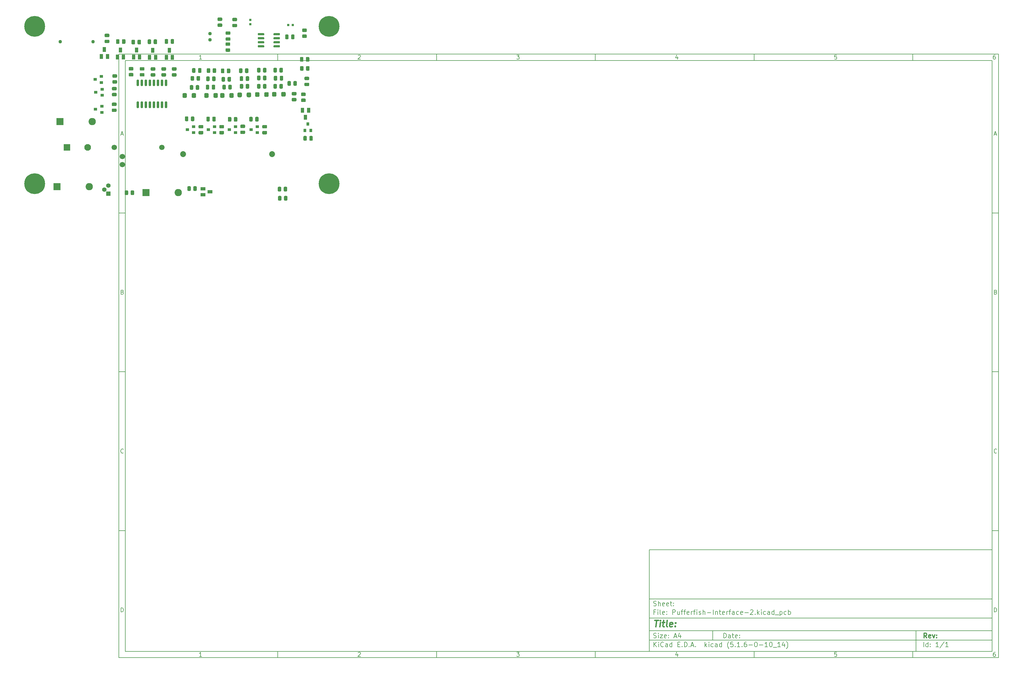
<source format=gbr>
G04 #@! TF.GenerationSoftware,KiCad,Pcbnew,(5.1.6-0-10_14)*
G04 #@! TF.CreationDate,2020-09-30T23:02:34-04:00*
G04 #@! TF.ProjectId,Pufferfish-Interface-2,50756666-6572-4666-9973-682d496e7465,rev?*
G04 #@! TF.SameCoordinates,Original*
G04 #@! TF.FileFunction,Soldermask,Top*
G04 #@! TF.FilePolarity,Negative*
%FSLAX46Y46*%
G04 Gerber Fmt 4.6, Leading zero omitted, Abs format (unit mm)*
G04 Created by KiCad (PCBNEW (5.1.6-0-10_14)) date 2020-09-30 23:02:34*
%MOMM*%
%LPD*%
G01*
G04 APERTURE LIST*
%ADD10C,0.100000*%
%ADD11C,0.150000*%
%ADD12C,0.300000*%
%ADD13C,0.400000*%
%ADD14C,1.090600*%
%ADD15C,1.852600*%
%ADD16C,1.700000*%
%ADD17R,0.900000X1.000000*%
%ADD18R,1.100000X1.500000*%
%ADD19C,6.553200*%
%ADD20O,2.300000X2.300000*%
%ADD21R,2.300000X2.300000*%
%ADD22R,2.100000X2.100000*%
%ADD23C,2.100000*%
%ADD24C,1.110000*%
%ADD25R,1.400000X1.400000*%
%ADD26C,1.400000*%
%ADD27R,0.700000X0.800000*%
%ADD28R,0.800000X0.700000*%
%ADD29R,1.500000X1.100000*%
%ADD30R,1.000000X0.900000*%
G04 APERTURE END LIST*
D10*
D11*
X177002200Y-166007200D02*
X177002200Y-198007200D01*
X285002200Y-198007200D01*
X285002200Y-166007200D01*
X177002200Y-166007200D01*
D10*
D11*
X10000000Y-10000000D02*
X10000000Y-200007200D01*
X287002200Y-200007200D01*
X287002200Y-10000000D01*
X10000000Y-10000000D01*
D10*
D11*
X12000000Y-12000000D02*
X12000000Y-198007200D01*
X285002200Y-198007200D01*
X285002200Y-12000000D01*
X12000000Y-12000000D01*
D10*
D11*
X60000000Y-12000000D02*
X60000000Y-10000000D01*
D10*
D11*
X110000000Y-12000000D02*
X110000000Y-10000000D01*
D10*
D11*
X160000000Y-12000000D02*
X160000000Y-10000000D01*
D10*
D11*
X210000000Y-12000000D02*
X210000000Y-10000000D01*
D10*
D11*
X260000000Y-12000000D02*
X260000000Y-10000000D01*
D10*
D11*
X36065476Y-11588095D02*
X35322619Y-11588095D01*
X35694047Y-11588095D02*
X35694047Y-10288095D01*
X35570238Y-10473809D01*
X35446428Y-10597619D01*
X35322619Y-10659523D01*
D10*
D11*
X85322619Y-10411904D02*
X85384523Y-10350000D01*
X85508333Y-10288095D01*
X85817857Y-10288095D01*
X85941666Y-10350000D01*
X86003571Y-10411904D01*
X86065476Y-10535714D01*
X86065476Y-10659523D01*
X86003571Y-10845238D01*
X85260714Y-11588095D01*
X86065476Y-11588095D01*
D10*
D11*
X135260714Y-10288095D02*
X136065476Y-10288095D01*
X135632142Y-10783333D01*
X135817857Y-10783333D01*
X135941666Y-10845238D01*
X136003571Y-10907142D01*
X136065476Y-11030952D01*
X136065476Y-11340476D01*
X136003571Y-11464285D01*
X135941666Y-11526190D01*
X135817857Y-11588095D01*
X135446428Y-11588095D01*
X135322619Y-11526190D01*
X135260714Y-11464285D01*
D10*
D11*
X185941666Y-10721428D02*
X185941666Y-11588095D01*
X185632142Y-10226190D02*
X185322619Y-11154761D01*
X186127380Y-11154761D01*
D10*
D11*
X236003571Y-10288095D02*
X235384523Y-10288095D01*
X235322619Y-10907142D01*
X235384523Y-10845238D01*
X235508333Y-10783333D01*
X235817857Y-10783333D01*
X235941666Y-10845238D01*
X236003571Y-10907142D01*
X236065476Y-11030952D01*
X236065476Y-11340476D01*
X236003571Y-11464285D01*
X235941666Y-11526190D01*
X235817857Y-11588095D01*
X235508333Y-11588095D01*
X235384523Y-11526190D01*
X235322619Y-11464285D01*
D10*
D11*
X285941666Y-10288095D02*
X285694047Y-10288095D01*
X285570238Y-10350000D01*
X285508333Y-10411904D01*
X285384523Y-10597619D01*
X285322619Y-10845238D01*
X285322619Y-11340476D01*
X285384523Y-11464285D01*
X285446428Y-11526190D01*
X285570238Y-11588095D01*
X285817857Y-11588095D01*
X285941666Y-11526190D01*
X286003571Y-11464285D01*
X286065476Y-11340476D01*
X286065476Y-11030952D01*
X286003571Y-10907142D01*
X285941666Y-10845238D01*
X285817857Y-10783333D01*
X285570238Y-10783333D01*
X285446428Y-10845238D01*
X285384523Y-10907142D01*
X285322619Y-11030952D01*
D10*
D11*
X60000000Y-198007200D02*
X60000000Y-200007200D01*
D10*
D11*
X110000000Y-198007200D02*
X110000000Y-200007200D01*
D10*
D11*
X160000000Y-198007200D02*
X160000000Y-200007200D01*
D10*
D11*
X210000000Y-198007200D02*
X210000000Y-200007200D01*
D10*
D11*
X260000000Y-198007200D02*
X260000000Y-200007200D01*
D10*
D11*
X36065476Y-199595295D02*
X35322619Y-199595295D01*
X35694047Y-199595295D02*
X35694047Y-198295295D01*
X35570238Y-198481009D01*
X35446428Y-198604819D01*
X35322619Y-198666723D01*
D10*
D11*
X85322619Y-198419104D02*
X85384523Y-198357200D01*
X85508333Y-198295295D01*
X85817857Y-198295295D01*
X85941666Y-198357200D01*
X86003571Y-198419104D01*
X86065476Y-198542914D01*
X86065476Y-198666723D01*
X86003571Y-198852438D01*
X85260714Y-199595295D01*
X86065476Y-199595295D01*
D10*
D11*
X135260714Y-198295295D02*
X136065476Y-198295295D01*
X135632142Y-198790533D01*
X135817857Y-198790533D01*
X135941666Y-198852438D01*
X136003571Y-198914342D01*
X136065476Y-199038152D01*
X136065476Y-199347676D01*
X136003571Y-199471485D01*
X135941666Y-199533390D01*
X135817857Y-199595295D01*
X135446428Y-199595295D01*
X135322619Y-199533390D01*
X135260714Y-199471485D01*
D10*
D11*
X185941666Y-198728628D02*
X185941666Y-199595295D01*
X185632142Y-198233390D02*
X185322619Y-199161961D01*
X186127380Y-199161961D01*
D10*
D11*
X236003571Y-198295295D02*
X235384523Y-198295295D01*
X235322619Y-198914342D01*
X235384523Y-198852438D01*
X235508333Y-198790533D01*
X235817857Y-198790533D01*
X235941666Y-198852438D01*
X236003571Y-198914342D01*
X236065476Y-199038152D01*
X236065476Y-199347676D01*
X236003571Y-199471485D01*
X235941666Y-199533390D01*
X235817857Y-199595295D01*
X235508333Y-199595295D01*
X235384523Y-199533390D01*
X235322619Y-199471485D01*
D10*
D11*
X285941666Y-198295295D02*
X285694047Y-198295295D01*
X285570238Y-198357200D01*
X285508333Y-198419104D01*
X285384523Y-198604819D01*
X285322619Y-198852438D01*
X285322619Y-199347676D01*
X285384523Y-199471485D01*
X285446428Y-199533390D01*
X285570238Y-199595295D01*
X285817857Y-199595295D01*
X285941666Y-199533390D01*
X286003571Y-199471485D01*
X286065476Y-199347676D01*
X286065476Y-199038152D01*
X286003571Y-198914342D01*
X285941666Y-198852438D01*
X285817857Y-198790533D01*
X285570238Y-198790533D01*
X285446428Y-198852438D01*
X285384523Y-198914342D01*
X285322619Y-199038152D01*
D10*
D11*
X10000000Y-60000000D02*
X12000000Y-60000000D01*
D10*
D11*
X10000000Y-110000000D02*
X12000000Y-110000000D01*
D10*
D11*
X10000000Y-160000000D02*
X12000000Y-160000000D01*
D10*
D11*
X10690476Y-35216666D02*
X11309523Y-35216666D01*
X10566666Y-35588095D02*
X11000000Y-34288095D01*
X11433333Y-35588095D01*
D10*
D11*
X11092857Y-84907142D02*
X11278571Y-84969047D01*
X11340476Y-85030952D01*
X11402380Y-85154761D01*
X11402380Y-85340476D01*
X11340476Y-85464285D01*
X11278571Y-85526190D01*
X11154761Y-85588095D01*
X10659523Y-85588095D01*
X10659523Y-84288095D01*
X11092857Y-84288095D01*
X11216666Y-84350000D01*
X11278571Y-84411904D01*
X11340476Y-84535714D01*
X11340476Y-84659523D01*
X11278571Y-84783333D01*
X11216666Y-84845238D01*
X11092857Y-84907142D01*
X10659523Y-84907142D01*
D10*
D11*
X11402380Y-135464285D02*
X11340476Y-135526190D01*
X11154761Y-135588095D01*
X11030952Y-135588095D01*
X10845238Y-135526190D01*
X10721428Y-135402380D01*
X10659523Y-135278571D01*
X10597619Y-135030952D01*
X10597619Y-134845238D01*
X10659523Y-134597619D01*
X10721428Y-134473809D01*
X10845238Y-134350000D01*
X11030952Y-134288095D01*
X11154761Y-134288095D01*
X11340476Y-134350000D01*
X11402380Y-134411904D01*
D10*
D11*
X10659523Y-185588095D02*
X10659523Y-184288095D01*
X10969047Y-184288095D01*
X11154761Y-184350000D01*
X11278571Y-184473809D01*
X11340476Y-184597619D01*
X11402380Y-184845238D01*
X11402380Y-185030952D01*
X11340476Y-185278571D01*
X11278571Y-185402380D01*
X11154761Y-185526190D01*
X10969047Y-185588095D01*
X10659523Y-185588095D01*
D10*
D11*
X287002200Y-60000000D02*
X285002200Y-60000000D01*
D10*
D11*
X287002200Y-110000000D02*
X285002200Y-110000000D01*
D10*
D11*
X287002200Y-160000000D02*
X285002200Y-160000000D01*
D10*
D11*
X285692676Y-35216666D02*
X286311723Y-35216666D01*
X285568866Y-35588095D02*
X286002200Y-34288095D01*
X286435533Y-35588095D01*
D10*
D11*
X286095057Y-84907142D02*
X286280771Y-84969047D01*
X286342676Y-85030952D01*
X286404580Y-85154761D01*
X286404580Y-85340476D01*
X286342676Y-85464285D01*
X286280771Y-85526190D01*
X286156961Y-85588095D01*
X285661723Y-85588095D01*
X285661723Y-84288095D01*
X286095057Y-84288095D01*
X286218866Y-84350000D01*
X286280771Y-84411904D01*
X286342676Y-84535714D01*
X286342676Y-84659523D01*
X286280771Y-84783333D01*
X286218866Y-84845238D01*
X286095057Y-84907142D01*
X285661723Y-84907142D01*
D10*
D11*
X286404580Y-135464285D02*
X286342676Y-135526190D01*
X286156961Y-135588095D01*
X286033152Y-135588095D01*
X285847438Y-135526190D01*
X285723628Y-135402380D01*
X285661723Y-135278571D01*
X285599819Y-135030952D01*
X285599819Y-134845238D01*
X285661723Y-134597619D01*
X285723628Y-134473809D01*
X285847438Y-134350000D01*
X286033152Y-134288095D01*
X286156961Y-134288095D01*
X286342676Y-134350000D01*
X286404580Y-134411904D01*
D10*
D11*
X285661723Y-185588095D02*
X285661723Y-184288095D01*
X285971247Y-184288095D01*
X286156961Y-184350000D01*
X286280771Y-184473809D01*
X286342676Y-184597619D01*
X286404580Y-184845238D01*
X286404580Y-185030952D01*
X286342676Y-185278571D01*
X286280771Y-185402380D01*
X286156961Y-185526190D01*
X285971247Y-185588095D01*
X285661723Y-185588095D01*
D10*
D11*
X200434342Y-193785771D02*
X200434342Y-192285771D01*
X200791485Y-192285771D01*
X201005771Y-192357200D01*
X201148628Y-192500057D01*
X201220057Y-192642914D01*
X201291485Y-192928628D01*
X201291485Y-193142914D01*
X201220057Y-193428628D01*
X201148628Y-193571485D01*
X201005771Y-193714342D01*
X200791485Y-193785771D01*
X200434342Y-193785771D01*
X202577200Y-193785771D02*
X202577200Y-193000057D01*
X202505771Y-192857200D01*
X202362914Y-192785771D01*
X202077200Y-192785771D01*
X201934342Y-192857200D01*
X202577200Y-193714342D02*
X202434342Y-193785771D01*
X202077200Y-193785771D01*
X201934342Y-193714342D01*
X201862914Y-193571485D01*
X201862914Y-193428628D01*
X201934342Y-193285771D01*
X202077200Y-193214342D01*
X202434342Y-193214342D01*
X202577200Y-193142914D01*
X203077200Y-192785771D02*
X203648628Y-192785771D01*
X203291485Y-192285771D02*
X203291485Y-193571485D01*
X203362914Y-193714342D01*
X203505771Y-193785771D01*
X203648628Y-193785771D01*
X204720057Y-193714342D02*
X204577200Y-193785771D01*
X204291485Y-193785771D01*
X204148628Y-193714342D01*
X204077200Y-193571485D01*
X204077200Y-193000057D01*
X204148628Y-192857200D01*
X204291485Y-192785771D01*
X204577200Y-192785771D01*
X204720057Y-192857200D01*
X204791485Y-193000057D01*
X204791485Y-193142914D01*
X204077200Y-193285771D01*
X205434342Y-193642914D02*
X205505771Y-193714342D01*
X205434342Y-193785771D01*
X205362914Y-193714342D01*
X205434342Y-193642914D01*
X205434342Y-193785771D01*
X205434342Y-192857200D02*
X205505771Y-192928628D01*
X205434342Y-193000057D01*
X205362914Y-192928628D01*
X205434342Y-192857200D01*
X205434342Y-193000057D01*
D10*
D11*
X177002200Y-194507200D02*
X285002200Y-194507200D01*
D10*
D11*
X178434342Y-196585771D02*
X178434342Y-195085771D01*
X179291485Y-196585771D02*
X178648628Y-195728628D01*
X179291485Y-195085771D02*
X178434342Y-195942914D01*
X179934342Y-196585771D02*
X179934342Y-195585771D01*
X179934342Y-195085771D02*
X179862914Y-195157200D01*
X179934342Y-195228628D01*
X180005771Y-195157200D01*
X179934342Y-195085771D01*
X179934342Y-195228628D01*
X181505771Y-196442914D02*
X181434342Y-196514342D01*
X181220057Y-196585771D01*
X181077200Y-196585771D01*
X180862914Y-196514342D01*
X180720057Y-196371485D01*
X180648628Y-196228628D01*
X180577200Y-195942914D01*
X180577200Y-195728628D01*
X180648628Y-195442914D01*
X180720057Y-195300057D01*
X180862914Y-195157200D01*
X181077200Y-195085771D01*
X181220057Y-195085771D01*
X181434342Y-195157200D01*
X181505771Y-195228628D01*
X182791485Y-196585771D02*
X182791485Y-195800057D01*
X182720057Y-195657200D01*
X182577200Y-195585771D01*
X182291485Y-195585771D01*
X182148628Y-195657200D01*
X182791485Y-196514342D02*
X182648628Y-196585771D01*
X182291485Y-196585771D01*
X182148628Y-196514342D01*
X182077200Y-196371485D01*
X182077200Y-196228628D01*
X182148628Y-196085771D01*
X182291485Y-196014342D01*
X182648628Y-196014342D01*
X182791485Y-195942914D01*
X184148628Y-196585771D02*
X184148628Y-195085771D01*
X184148628Y-196514342D02*
X184005771Y-196585771D01*
X183720057Y-196585771D01*
X183577200Y-196514342D01*
X183505771Y-196442914D01*
X183434342Y-196300057D01*
X183434342Y-195871485D01*
X183505771Y-195728628D01*
X183577200Y-195657200D01*
X183720057Y-195585771D01*
X184005771Y-195585771D01*
X184148628Y-195657200D01*
X186005771Y-195800057D02*
X186505771Y-195800057D01*
X186720057Y-196585771D02*
X186005771Y-196585771D01*
X186005771Y-195085771D01*
X186720057Y-195085771D01*
X187362914Y-196442914D02*
X187434342Y-196514342D01*
X187362914Y-196585771D01*
X187291485Y-196514342D01*
X187362914Y-196442914D01*
X187362914Y-196585771D01*
X188077200Y-196585771D02*
X188077200Y-195085771D01*
X188434342Y-195085771D01*
X188648628Y-195157200D01*
X188791485Y-195300057D01*
X188862914Y-195442914D01*
X188934342Y-195728628D01*
X188934342Y-195942914D01*
X188862914Y-196228628D01*
X188791485Y-196371485D01*
X188648628Y-196514342D01*
X188434342Y-196585771D01*
X188077200Y-196585771D01*
X189577200Y-196442914D02*
X189648628Y-196514342D01*
X189577200Y-196585771D01*
X189505771Y-196514342D01*
X189577200Y-196442914D01*
X189577200Y-196585771D01*
X190220057Y-196157200D02*
X190934342Y-196157200D01*
X190077200Y-196585771D02*
X190577200Y-195085771D01*
X191077200Y-196585771D01*
X191577200Y-196442914D02*
X191648628Y-196514342D01*
X191577200Y-196585771D01*
X191505771Y-196514342D01*
X191577200Y-196442914D01*
X191577200Y-196585771D01*
X194577200Y-196585771D02*
X194577200Y-195085771D01*
X194720057Y-196014342D02*
X195148628Y-196585771D01*
X195148628Y-195585771D02*
X194577200Y-196157200D01*
X195791485Y-196585771D02*
X195791485Y-195585771D01*
X195791485Y-195085771D02*
X195720057Y-195157200D01*
X195791485Y-195228628D01*
X195862914Y-195157200D01*
X195791485Y-195085771D01*
X195791485Y-195228628D01*
X197148628Y-196514342D02*
X197005771Y-196585771D01*
X196720057Y-196585771D01*
X196577200Y-196514342D01*
X196505771Y-196442914D01*
X196434342Y-196300057D01*
X196434342Y-195871485D01*
X196505771Y-195728628D01*
X196577200Y-195657200D01*
X196720057Y-195585771D01*
X197005771Y-195585771D01*
X197148628Y-195657200D01*
X198434342Y-196585771D02*
X198434342Y-195800057D01*
X198362914Y-195657200D01*
X198220057Y-195585771D01*
X197934342Y-195585771D01*
X197791485Y-195657200D01*
X198434342Y-196514342D02*
X198291485Y-196585771D01*
X197934342Y-196585771D01*
X197791485Y-196514342D01*
X197720057Y-196371485D01*
X197720057Y-196228628D01*
X197791485Y-196085771D01*
X197934342Y-196014342D01*
X198291485Y-196014342D01*
X198434342Y-195942914D01*
X199791485Y-196585771D02*
X199791485Y-195085771D01*
X199791485Y-196514342D02*
X199648628Y-196585771D01*
X199362914Y-196585771D01*
X199220057Y-196514342D01*
X199148628Y-196442914D01*
X199077200Y-196300057D01*
X199077200Y-195871485D01*
X199148628Y-195728628D01*
X199220057Y-195657200D01*
X199362914Y-195585771D01*
X199648628Y-195585771D01*
X199791485Y-195657200D01*
X202077200Y-197157200D02*
X202005771Y-197085771D01*
X201862914Y-196871485D01*
X201791485Y-196728628D01*
X201720057Y-196514342D01*
X201648628Y-196157200D01*
X201648628Y-195871485D01*
X201720057Y-195514342D01*
X201791485Y-195300057D01*
X201862914Y-195157200D01*
X202005771Y-194942914D01*
X202077200Y-194871485D01*
X203362914Y-195085771D02*
X202648628Y-195085771D01*
X202577200Y-195800057D01*
X202648628Y-195728628D01*
X202791485Y-195657200D01*
X203148628Y-195657200D01*
X203291485Y-195728628D01*
X203362914Y-195800057D01*
X203434342Y-195942914D01*
X203434342Y-196300057D01*
X203362914Y-196442914D01*
X203291485Y-196514342D01*
X203148628Y-196585771D01*
X202791485Y-196585771D01*
X202648628Y-196514342D01*
X202577200Y-196442914D01*
X204077200Y-196442914D02*
X204148628Y-196514342D01*
X204077200Y-196585771D01*
X204005771Y-196514342D01*
X204077200Y-196442914D01*
X204077200Y-196585771D01*
X205577200Y-196585771D02*
X204720057Y-196585771D01*
X205148628Y-196585771D02*
X205148628Y-195085771D01*
X205005771Y-195300057D01*
X204862914Y-195442914D01*
X204720057Y-195514342D01*
X206220057Y-196442914D02*
X206291485Y-196514342D01*
X206220057Y-196585771D01*
X206148628Y-196514342D01*
X206220057Y-196442914D01*
X206220057Y-196585771D01*
X207577200Y-195085771D02*
X207291485Y-195085771D01*
X207148628Y-195157200D01*
X207077200Y-195228628D01*
X206934342Y-195442914D01*
X206862914Y-195728628D01*
X206862914Y-196300057D01*
X206934342Y-196442914D01*
X207005771Y-196514342D01*
X207148628Y-196585771D01*
X207434342Y-196585771D01*
X207577200Y-196514342D01*
X207648628Y-196442914D01*
X207720057Y-196300057D01*
X207720057Y-195942914D01*
X207648628Y-195800057D01*
X207577200Y-195728628D01*
X207434342Y-195657200D01*
X207148628Y-195657200D01*
X207005771Y-195728628D01*
X206934342Y-195800057D01*
X206862914Y-195942914D01*
X208362914Y-196014342D02*
X209505771Y-196014342D01*
X210505771Y-195085771D02*
X210648628Y-195085771D01*
X210791485Y-195157200D01*
X210862914Y-195228628D01*
X210934342Y-195371485D01*
X211005771Y-195657200D01*
X211005771Y-196014342D01*
X210934342Y-196300057D01*
X210862914Y-196442914D01*
X210791485Y-196514342D01*
X210648628Y-196585771D01*
X210505771Y-196585771D01*
X210362914Y-196514342D01*
X210291485Y-196442914D01*
X210220057Y-196300057D01*
X210148628Y-196014342D01*
X210148628Y-195657200D01*
X210220057Y-195371485D01*
X210291485Y-195228628D01*
X210362914Y-195157200D01*
X210505771Y-195085771D01*
X211648628Y-196014342D02*
X212791485Y-196014342D01*
X214291485Y-196585771D02*
X213434342Y-196585771D01*
X213862914Y-196585771D02*
X213862914Y-195085771D01*
X213720057Y-195300057D01*
X213577200Y-195442914D01*
X213434342Y-195514342D01*
X215220057Y-195085771D02*
X215362914Y-195085771D01*
X215505771Y-195157200D01*
X215577200Y-195228628D01*
X215648628Y-195371485D01*
X215720057Y-195657200D01*
X215720057Y-196014342D01*
X215648628Y-196300057D01*
X215577200Y-196442914D01*
X215505771Y-196514342D01*
X215362914Y-196585771D01*
X215220057Y-196585771D01*
X215077200Y-196514342D01*
X215005771Y-196442914D01*
X214934342Y-196300057D01*
X214862914Y-196014342D01*
X214862914Y-195657200D01*
X214934342Y-195371485D01*
X215005771Y-195228628D01*
X215077200Y-195157200D01*
X215220057Y-195085771D01*
X216005771Y-196728628D02*
X217148628Y-196728628D01*
X218291485Y-196585771D02*
X217434342Y-196585771D01*
X217862914Y-196585771D02*
X217862914Y-195085771D01*
X217720057Y-195300057D01*
X217577200Y-195442914D01*
X217434342Y-195514342D01*
X219577200Y-195585771D02*
X219577200Y-196585771D01*
X219220057Y-195014342D02*
X218862914Y-196085771D01*
X219791485Y-196085771D01*
X220220057Y-197157200D02*
X220291485Y-197085771D01*
X220434342Y-196871485D01*
X220505771Y-196728628D01*
X220577200Y-196514342D01*
X220648628Y-196157200D01*
X220648628Y-195871485D01*
X220577200Y-195514342D01*
X220505771Y-195300057D01*
X220434342Y-195157200D01*
X220291485Y-194942914D01*
X220220057Y-194871485D01*
D10*
D11*
X177002200Y-191507200D02*
X285002200Y-191507200D01*
D10*
D12*
X264411485Y-193785771D02*
X263911485Y-193071485D01*
X263554342Y-193785771D02*
X263554342Y-192285771D01*
X264125771Y-192285771D01*
X264268628Y-192357200D01*
X264340057Y-192428628D01*
X264411485Y-192571485D01*
X264411485Y-192785771D01*
X264340057Y-192928628D01*
X264268628Y-193000057D01*
X264125771Y-193071485D01*
X263554342Y-193071485D01*
X265625771Y-193714342D02*
X265482914Y-193785771D01*
X265197200Y-193785771D01*
X265054342Y-193714342D01*
X264982914Y-193571485D01*
X264982914Y-193000057D01*
X265054342Y-192857200D01*
X265197200Y-192785771D01*
X265482914Y-192785771D01*
X265625771Y-192857200D01*
X265697200Y-193000057D01*
X265697200Y-193142914D01*
X264982914Y-193285771D01*
X266197200Y-192785771D02*
X266554342Y-193785771D01*
X266911485Y-192785771D01*
X267482914Y-193642914D02*
X267554342Y-193714342D01*
X267482914Y-193785771D01*
X267411485Y-193714342D01*
X267482914Y-193642914D01*
X267482914Y-193785771D01*
X267482914Y-192857200D02*
X267554342Y-192928628D01*
X267482914Y-193000057D01*
X267411485Y-192928628D01*
X267482914Y-192857200D01*
X267482914Y-193000057D01*
D10*
D11*
X178362914Y-193714342D02*
X178577200Y-193785771D01*
X178934342Y-193785771D01*
X179077200Y-193714342D01*
X179148628Y-193642914D01*
X179220057Y-193500057D01*
X179220057Y-193357200D01*
X179148628Y-193214342D01*
X179077200Y-193142914D01*
X178934342Y-193071485D01*
X178648628Y-193000057D01*
X178505771Y-192928628D01*
X178434342Y-192857200D01*
X178362914Y-192714342D01*
X178362914Y-192571485D01*
X178434342Y-192428628D01*
X178505771Y-192357200D01*
X178648628Y-192285771D01*
X179005771Y-192285771D01*
X179220057Y-192357200D01*
X179862914Y-193785771D02*
X179862914Y-192785771D01*
X179862914Y-192285771D02*
X179791485Y-192357200D01*
X179862914Y-192428628D01*
X179934342Y-192357200D01*
X179862914Y-192285771D01*
X179862914Y-192428628D01*
X180434342Y-192785771D02*
X181220057Y-192785771D01*
X180434342Y-193785771D01*
X181220057Y-193785771D01*
X182362914Y-193714342D02*
X182220057Y-193785771D01*
X181934342Y-193785771D01*
X181791485Y-193714342D01*
X181720057Y-193571485D01*
X181720057Y-193000057D01*
X181791485Y-192857200D01*
X181934342Y-192785771D01*
X182220057Y-192785771D01*
X182362914Y-192857200D01*
X182434342Y-193000057D01*
X182434342Y-193142914D01*
X181720057Y-193285771D01*
X183077200Y-193642914D02*
X183148628Y-193714342D01*
X183077200Y-193785771D01*
X183005771Y-193714342D01*
X183077200Y-193642914D01*
X183077200Y-193785771D01*
X183077200Y-192857200D02*
X183148628Y-192928628D01*
X183077200Y-193000057D01*
X183005771Y-192928628D01*
X183077200Y-192857200D01*
X183077200Y-193000057D01*
X184862914Y-193357200D02*
X185577200Y-193357200D01*
X184720057Y-193785771D02*
X185220057Y-192285771D01*
X185720057Y-193785771D01*
X186862914Y-192785771D02*
X186862914Y-193785771D01*
X186505771Y-192214342D02*
X186148628Y-193285771D01*
X187077200Y-193285771D01*
D10*
D11*
X263434342Y-196585771D02*
X263434342Y-195085771D01*
X264791485Y-196585771D02*
X264791485Y-195085771D01*
X264791485Y-196514342D02*
X264648628Y-196585771D01*
X264362914Y-196585771D01*
X264220057Y-196514342D01*
X264148628Y-196442914D01*
X264077200Y-196300057D01*
X264077200Y-195871485D01*
X264148628Y-195728628D01*
X264220057Y-195657200D01*
X264362914Y-195585771D01*
X264648628Y-195585771D01*
X264791485Y-195657200D01*
X265505771Y-196442914D02*
X265577200Y-196514342D01*
X265505771Y-196585771D01*
X265434342Y-196514342D01*
X265505771Y-196442914D01*
X265505771Y-196585771D01*
X265505771Y-195657200D02*
X265577200Y-195728628D01*
X265505771Y-195800057D01*
X265434342Y-195728628D01*
X265505771Y-195657200D01*
X265505771Y-195800057D01*
X268148628Y-196585771D02*
X267291485Y-196585771D01*
X267720057Y-196585771D02*
X267720057Y-195085771D01*
X267577200Y-195300057D01*
X267434342Y-195442914D01*
X267291485Y-195514342D01*
X269862914Y-195014342D02*
X268577200Y-196942914D01*
X271148628Y-196585771D02*
X270291485Y-196585771D01*
X270720057Y-196585771D02*
X270720057Y-195085771D01*
X270577200Y-195300057D01*
X270434342Y-195442914D01*
X270291485Y-195514342D01*
D10*
D11*
X177002200Y-187507200D02*
X285002200Y-187507200D01*
D10*
D13*
X178714580Y-188211961D02*
X179857438Y-188211961D01*
X179036009Y-190211961D02*
X179286009Y-188211961D01*
X180274104Y-190211961D02*
X180440771Y-188878628D01*
X180524104Y-188211961D02*
X180416961Y-188307200D01*
X180500295Y-188402438D01*
X180607438Y-188307200D01*
X180524104Y-188211961D01*
X180500295Y-188402438D01*
X181107438Y-188878628D02*
X181869342Y-188878628D01*
X181476485Y-188211961D02*
X181262200Y-189926247D01*
X181333628Y-190116723D01*
X181512200Y-190211961D01*
X181702676Y-190211961D01*
X182655057Y-190211961D02*
X182476485Y-190116723D01*
X182405057Y-189926247D01*
X182619342Y-188211961D01*
X184190771Y-190116723D02*
X183988390Y-190211961D01*
X183607438Y-190211961D01*
X183428866Y-190116723D01*
X183357438Y-189926247D01*
X183452676Y-189164342D01*
X183571723Y-188973866D01*
X183774104Y-188878628D01*
X184155057Y-188878628D01*
X184333628Y-188973866D01*
X184405057Y-189164342D01*
X184381247Y-189354819D01*
X183405057Y-189545295D01*
X185155057Y-190021485D02*
X185238390Y-190116723D01*
X185131247Y-190211961D01*
X185047914Y-190116723D01*
X185155057Y-190021485D01*
X185131247Y-190211961D01*
X185286009Y-188973866D02*
X185369342Y-189069104D01*
X185262200Y-189164342D01*
X185178866Y-189069104D01*
X185286009Y-188973866D01*
X185262200Y-189164342D01*
D10*
D11*
X178934342Y-185600057D02*
X178434342Y-185600057D01*
X178434342Y-186385771D02*
X178434342Y-184885771D01*
X179148628Y-184885771D01*
X179720057Y-186385771D02*
X179720057Y-185385771D01*
X179720057Y-184885771D02*
X179648628Y-184957200D01*
X179720057Y-185028628D01*
X179791485Y-184957200D01*
X179720057Y-184885771D01*
X179720057Y-185028628D01*
X180648628Y-186385771D02*
X180505771Y-186314342D01*
X180434342Y-186171485D01*
X180434342Y-184885771D01*
X181791485Y-186314342D02*
X181648628Y-186385771D01*
X181362914Y-186385771D01*
X181220057Y-186314342D01*
X181148628Y-186171485D01*
X181148628Y-185600057D01*
X181220057Y-185457200D01*
X181362914Y-185385771D01*
X181648628Y-185385771D01*
X181791485Y-185457200D01*
X181862914Y-185600057D01*
X181862914Y-185742914D01*
X181148628Y-185885771D01*
X182505771Y-186242914D02*
X182577200Y-186314342D01*
X182505771Y-186385771D01*
X182434342Y-186314342D01*
X182505771Y-186242914D01*
X182505771Y-186385771D01*
X182505771Y-185457200D02*
X182577200Y-185528628D01*
X182505771Y-185600057D01*
X182434342Y-185528628D01*
X182505771Y-185457200D01*
X182505771Y-185600057D01*
X184362914Y-186385771D02*
X184362914Y-184885771D01*
X184934342Y-184885771D01*
X185077200Y-184957200D01*
X185148628Y-185028628D01*
X185220057Y-185171485D01*
X185220057Y-185385771D01*
X185148628Y-185528628D01*
X185077200Y-185600057D01*
X184934342Y-185671485D01*
X184362914Y-185671485D01*
X186505771Y-185385771D02*
X186505771Y-186385771D01*
X185862914Y-185385771D02*
X185862914Y-186171485D01*
X185934342Y-186314342D01*
X186077200Y-186385771D01*
X186291485Y-186385771D01*
X186434342Y-186314342D01*
X186505771Y-186242914D01*
X187005771Y-185385771D02*
X187577200Y-185385771D01*
X187220057Y-186385771D02*
X187220057Y-185100057D01*
X187291485Y-184957200D01*
X187434342Y-184885771D01*
X187577200Y-184885771D01*
X187862914Y-185385771D02*
X188434342Y-185385771D01*
X188077200Y-186385771D02*
X188077200Y-185100057D01*
X188148628Y-184957200D01*
X188291485Y-184885771D01*
X188434342Y-184885771D01*
X189505771Y-186314342D02*
X189362914Y-186385771D01*
X189077200Y-186385771D01*
X188934342Y-186314342D01*
X188862914Y-186171485D01*
X188862914Y-185600057D01*
X188934342Y-185457200D01*
X189077200Y-185385771D01*
X189362914Y-185385771D01*
X189505771Y-185457200D01*
X189577200Y-185600057D01*
X189577200Y-185742914D01*
X188862914Y-185885771D01*
X190220057Y-186385771D02*
X190220057Y-185385771D01*
X190220057Y-185671485D02*
X190291485Y-185528628D01*
X190362914Y-185457200D01*
X190505771Y-185385771D01*
X190648628Y-185385771D01*
X190934342Y-185385771D02*
X191505771Y-185385771D01*
X191148628Y-186385771D02*
X191148628Y-185100057D01*
X191220057Y-184957200D01*
X191362914Y-184885771D01*
X191505771Y-184885771D01*
X192005771Y-186385771D02*
X192005771Y-185385771D01*
X192005771Y-184885771D02*
X191934342Y-184957200D01*
X192005771Y-185028628D01*
X192077200Y-184957200D01*
X192005771Y-184885771D01*
X192005771Y-185028628D01*
X192648628Y-186314342D02*
X192791485Y-186385771D01*
X193077200Y-186385771D01*
X193220057Y-186314342D01*
X193291485Y-186171485D01*
X193291485Y-186100057D01*
X193220057Y-185957200D01*
X193077200Y-185885771D01*
X192862914Y-185885771D01*
X192720057Y-185814342D01*
X192648628Y-185671485D01*
X192648628Y-185600057D01*
X192720057Y-185457200D01*
X192862914Y-185385771D01*
X193077200Y-185385771D01*
X193220057Y-185457200D01*
X193934342Y-186385771D02*
X193934342Y-184885771D01*
X194577200Y-186385771D02*
X194577200Y-185600057D01*
X194505771Y-185457200D01*
X194362914Y-185385771D01*
X194148628Y-185385771D01*
X194005771Y-185457200D01*
X193934342Y-185528628D01*
X195291485Y-185814342D02*
X196434342Y-185814342D01*
X197148628Y-186385771D02*
X197148628Y-184885771D01*
X197862914Y-185385771D02*
X197862914Y-186385771D01*
X197862914Y-185528628D02*
X197934342Y-185457200D01*
X198077200Y-185385771D01*
X198291485Y-185385771D01*
X198434342Y-185457200D01*
X198505771Y-185600057D01*
X198505771Y-186385771D01*
X199005771Y-185385771D02*
X199577200Y-185385771D01*
X199220057Y-184885771D02*
X199220057Y-186171485D01*
X199291485Y-186314342D01*
X199434342Y-186385771D01*
X199577200Y-186385771D01*
X200648628Y-186314342D02*
X200505771Y-186385771D01*
X200220057Y-186385771D01*
X200077200Y-186314342D01*
X200005771Y-186171485D01*
X200005771Y-185600057D01*
X200077200Y-185457200D01*
X200220057Y-185385771D01*
X200505771Y-185385771D01*
X200648628Y-185457200D01*
X200720057Y-185600057D01*
X200720057Y-185742914D01*
X200005771Y-185885771D01*
X201362914Y-186385771D02*
X201362914Y-185385771D01*
X201362914Y-185671485D02*
X201434342Y-185528628D01*
X201505771Y-185457200D01*
X201648628Y-185385771D01*
X201791485Y-185385771D01*
X202077200Y-185385771D02*
X202648628Y-185385771D01*
X202291485Y-186385771D02*
X202291485Y-185100057D01*
X202362914Y-184957200D01*
X202505771Y-184885771D01*
X202648628Y-184885771D01*
X203791485Y-186385771D02*
X203791485Y-185600057D01*
X203720057Y-185457200D01*
X203577200Y-185385771D01*
X203291485Y-185385771D01*
X203148628Y-185457200D01*
X203791485Y-186314342D02*
X203648628Y-186385771D01*
X203291485Y-186385771D01*
X203148628Y-186314342D01*
X203077200Y-186171485D01*
X203077200Y-186028628D01*
X203148628Y-185885771D01*
X203291485Y-185814342D01*
X203648628Y-185814342D01*
X203791485Y-185742914D01*
X205148628Y-186314342D02*
X205005771Y-186385771D01*
X204720057Y-186385771D01*
X204577200Y-186314342D01*
X204505771Y-186242914D01*
X204434342Y-186100057D01*
X204434342Y-185671485D01*
X204505771Y-185528628D01*
X204577200Y-185457200D01*
X204720057Y-185385771D01*
X205005771Y-185385771D01*
X205148628Y-185457200D01*
X206362914Y-186314342D02*
X206220057Y-186385771D01*
X205934342Y-186385771D01*
X205791485Y-186314342D01*
X205720057Y-186171485D01*
X205720057Y-185600057D01*
X205791485Y-185457200D01*
X205934342Y-185385771D01*
X206220057Y-185385771D01*
X206362914Y-185457200D01*
X206434342Y-185600057D01*
X206434342Y-185742914D01*
X205720057Y-185885771D01*
X207077200Y-185814342D02*
X208220057Y-185814342D01*
X208862914Y-185028628D02*
X208934342Y-184957200D01*
X209077200Y-184885771D01*
X209434342Y-184885771D01*
X209577200Y-184957200D01*
X209648628Y-185028628D01*
X209720057Y-185171485D01*
X209720057Y-185314342D01*
X209648628Y-185528628D01*
X208791485Y-186385771D01*
X209720057Y-186385771D01*
X210362914Y-186242914D02*
X210434342Y-186314342D01*
X210362914Y-186385771D01*
X210291485Y-186314342D01*
X210362914Y-186242914D01*
X210362914Y-186385771D01*
X211077200Y-186385771D02*
X211077200Y-184885771D01*
X211220057Y-185814342D02*
X211648628Y-186385771D01*
X211648628Y-185385771D02*
X211077200Y-185957200D01*
X212291485Y-186385771D02*
X212291485Y-185385771D01*
X212291485Y-184885771D02*
X212220057Y-184957200D01*
X212291485Y-185028628D01*
X212362914Y-184957200D01*
X212291485Y-184885771D01*
X212291485Y-185028628D01*
X213648628Y-186314342D02*
X213505771Y-186385771D01*
X213220057Y-186385771D01*
X213077200Y-186314342D01*
X213005771Y-186242914D01*
X212934342Y-186100057D01*
X212934342Y-185671485D01*
X213005771Y-185528628D01*
X213077200Y-185457200D01*
X213220057Y-185385771D01*
X213505771Y-185385771D01*
X213648628Y-185457200D01*
X214934342Y-186385771D02*
X214934342Y-185600057D01*
X214862914Y-185457200D01*
X214720057Y-185385771D01*
X214434342Y-185385771D01*
X214291485Y-185457200D01*
X214934342Y-186314342D02*
X214791485Y-186385771D01*
X214434342Y-186385771D01*
X214291485Y-186314342D01*
X214220057Y-186171485D01*
X214220057Y-186028628D01*
X214291485Y-185885771D01*
X214434342Y-185814342D01*
X214791485Y-185814342D01*
X214934342Y-185742914D01*
X216291485Y-186385771D02*
X216291485Y-184885771D01*
X216291485Y-186314342D02*
X216148628Y-186385771D01*
X215862914Y-186385771D01*
X215720057Y-186314342D01*
X215648628Y-186242914D01*
X215577200Y-186100057D01*
X215577200Y-185671485D01*
X215648628Y-185528628D01*
X215720057Y-185457200D01*
X215862914Y-185385771D01*
X216148628Y-185385771D01*
X216291485Y-185457200D01*
X216648628Y-186528628D02*
X217791485Y-186528628D01*
X218148628Y-185385771D02*
X218148628Y-186885771D01*
X218148628Y-185457200D02*
X218291485Y-185385771D01*
X218577200Y-185385771D01*
X218720057Y-185457200D01*
X218791485Y-185528628D01*
X218862914Y-185671485D01*
X218862914Y-186100057D01*
X218791485Y-186242914D01*
X218720057Y-186314342D01*
X218577200Y-186385771D01*
X218291485Y-186385771D01*
X218148628Y-186314342D01*
X220148628Y-186314342D02*
X220005771Y-186385771D01*
X219720057Y-186385771D01*
X219577200Y-186314342D01*
X219505771Y-186242914D01*
X219434342Y-186100057D01*
X219434342Y-185671485D01*
X219505771Y-185528628D01*
X219577200Y-185457200D01*
X219720057Y-185385771D01*
X220005771Y-185385771D01*
X220148628Y-185457200D01*
X220791485Y-186385771D02*
X220791485Y-184885771D01*
X220791485Y-185457200D02*
X220934342Y-185385771D01*
X221220057Y-185385771D01*
X221362914Y-185457200D01*
X221434342Y-185528628D01*
X221505771Y-185671485D01*
X221505771Y-186100057D01*
X221434342Y-186242914D01*
X221362914Y-186314342D01*
X221220057Y-186385771D01*
X220934342Y-186385771D01*
X220791485Y-186314342D01*
D10*
D11*
X177002200Y-181507200D02*
X285002200Y-181507200D01*
D10*
D11*
X178362914Y-183614342D02*
X178577200Y-183685771D01*
X178934342Y-183685771D01*
X179077200Y-183614342D01*
X179148628Y-183542914D01*
X179220057Y-183400057D01*
X179220057Y-183257200D01*
X179148628Y-183114342D01*
X179077200Y-183042914D01*
X178934342Y-182971485D01*
X178648628Y-182900057D01*
X178505771Y-182828628D01*
X178434342Y-182757200D01*
X178362914Y-182614342D01*
X178362914Y-182471485D01*
X178434342Y-182328628D01*
X178505771Y-182257200D01*
X178648628Y-182185771D01*
X179005771Y-182185771D01*
X179220057Y-182257200D01*
X179862914Y-183685771D02*
X179862914Y-182185771D01*
X180505771Y-183685771D02*
X180505771Y-182900057D01*
X180434342Y-182757200D01*
X180291485Y-182685771D01*
X180077200Y-182685771D01*
X179934342Y-182757200D01*
X179862914Y-182828628D01*
X181791485Y-183614342D02*
X181648628Y-183685771D01*
X181362914Y-183685771D01*
X181220057Y-183614342D01*
X181148628Y-183471485D01*
X181148628Y-182900057D01*
X181220057Y-182757200D01*
X181362914Y-182685771D01*
X181648628Y-182685771D01*
X181791485Y-182757200D01*
X181862914Y-182900057D01*
X181862914Y-183042914D01*
X181148628Y-183185771D01*
X183077200Y-183614342D02*
X182934342Y-183685771D01*
X182648628Y-183685771D01*
X182505771Y-183614342D01*
X182434342Y-183471485D01*
X182434342Y-182900057D01*
X182505771Y-182757200D01*
X182648628Y-182685771D01*
X182934342Y-182685771D01*
X183077200Y-182757200D01*
X183148628Y-182900057D01*
X183148628Y-183042914D01*
X182434342Y-183185771D01*
X183577200Y-182685771D02*
X184148628Y-182685771D01*
X183791485Y-182185771D02*
X183791485Y-183471485D01*
X183862914Y-183614342D01*
X184005771Y-183685771D01*
X184148628Y-183685771D01*
X184648628Y-183542914D02*
X184720057Y-183614342D01*
X184648628Y-183685771D01*
X184577200Y-183614342D01*
X184648628Y-183542914D01*
X184648628Y-183685771D01*
X184648628Y-182757200D02*
X184720057Y-182828628D01*
X184648628Y-182900057D01*
X184577200Y-182828628D01*
X184648628Y-182757200D01*
X184648628Y-182900057D01*
D10*
D11*
X197002200Y-191507200D02*
X197002200Y-194507200D01*
D10*
D11*
X261002200Y-191507200D02*
X261002200Y-198007200D01*
D14*
X1812417Y-6124592D03*
X-8487537Y-6124592D03*
D15*
X58206640Y-41506140D03*
X30215840Y-41506140D03*
D16*
X11102000Y-44770000D03*
X11102000Y-42270000D03*
X8502000Y-39370000D03*
X23502000Y-39370000D03*
G36*
G01*
X69962500Y-36981250D02*
X69962500Y-36018750D01*
G75*
G02*
X70231250Y-35750000I268750J0D01*
G01*
X70768750Y-35750000D01*
G75*
G02*
X71037500Y-36018750I0J-268750D01*
G01*
X71037500Y-36981250D01*
G75*
G02*
X70768750Y-37250000I-268750J0D01*
G01*
X70231250Y-37250000D01*
G75*
G02*
X69962500Y-36981250I0J268750D01*
G01*
G37*
G36*
G01*
X68087500Y-36981250D02*
X68087500Y-36018750D01*
G75*
G02*
X68356250Y-35750000I268750J0D01*
G01*
X68893750Y-35750000D01*
G75*
G02*
X69162500Y-36018750I0J-268750D01*
G01*
X69162500Y-36981250D01*
G75*
G02*
X68893750Y-37250000I-268750J0D01*
G01*
X68356250Y-37250000D01*
G75*
G02*
X68087500Y-36981250I0J268750D01*
G01*
G37*
D17*
X69500000Y-32000000D03*
X70450000Y-34000000D03*
X68550000Y-34000000D03*
D18*
X68750000Y-29850000D03*
X67800000Y-27650000D03*
X69700000Y-27650000D03*
D19*
X76200000Y-50800000D03*
X76200000Y-1270000D03*
X-16510000Y-50800000D03*
X-16510000Y-1270000D03*
D20*
X645380Y-51745980D03*
D21*
X-9514620Y-51745980D03*
G36*
G01*
X36850000Y-23400000D02*
X36850000Y-22600000D01*
G75*
G02*
X37200000Y-22250000I350000J0D01*
G01*
X37900000Y-22250000D01*
G75*
G02*
X38250000Y-22600000I0J-350000D01*
G01*
X38250000Y-23400000D01*
G75*
G02*
X37900000Y-23750000I-350000J0D01*
G01*
X37200000Y-23750000D01*
G75*
G02*
X36850000Y-23400000I0J350000D01*
G01*
G37*
G36*
G01*
X39750000Y-23400000D02*
X39750000Y-22600000D01*
G75*
G02*
X40100000Y-22250000I350000J0D01*
G01*
X40800000Y-22250000D01*
G75*
G02*
X41150000Y-22600000I0J-350000D01*
G01*
X41150000Y-23400000D01*
G75*
G02*
X40800000Y-23750000I-350000J0D01*
G01*
X40100000Y-23750000D01*
G75*
G02*
X39750000Y-23400000I0J350000D01*
G01*
G37*
G36*
G01*
X39230000Y-20871250D02*
X39230000Y-19908750D01*
G75*
G02*
X39498750Y-19640000I268750J0D01*
G01*
X40036250Y-19640000D01*
G75*
G02*
X40305000Y-19908750I0J-268750D01*
G01*
X40305000Y-20871250D01*
G75*
G02*
X40036250Y-21140000I-268750J0D01*
G01*
X39498750Y-21140000D01*
G75*
G02*
X39230000Y-20871250I0J268750D01*
G01*
G37*
G36*
G01*
X37355000Y-20871250D02*
X37355000Y-19908750D01*
G75*
G02*
X37623750Y-19640000I268750J0D01*
G01*
X38161250Y-19640000D01*
G75*
G02*
X38430000Y-19908750I0J-268750D01*
G01*
X38430000Y-20871250D01*
G75*
G02*
X38161250Y-21140000I-268750J0D01*
G01*
X37623750Y-21140000D01*
G75*
G02*
X37355000Y-20871250I0J268750D01*
G01*
G37*
G36*
G01*
X38550000Y-17278750D02*
X38550000Y-18241250D01*
G75*
G02*
X38281250Y-18510000I-268750J0D01*
G01*
X37743750Y-18510000D01*
G75*
G02*
X37475000Y-18241250I0J268750D01*
G01*
X37475000Y-17278750D01*
G75*
G02*
X37743750Y-17010000I268750J0D01*
G01*
X38281250Y-17010000D01*
G75*
G02*
X38550000Y-17278750I0J-268750D01*
G01*
G37*
G36*
G01*
X40425000Y-17278750D02*
X40425000Y-18241250D01*
G75*
G02*
X40156250Y-18510000I-268750J0D01*
G01*
X39618750Y-18510000D01*
G75*
G02*
X39350000Y-18241250I0J268750D01*
G01*
X39350000Y-17278750D01*
G75*
G02*
X39618750Y-17010000I268750J0D01*
G01*
X40156250Y-17010000D01*
G75*
G02*
X40425000Y-17278750I0J-268750D01*
G01*
G37*
G36*
G01*
X39528700Y-15665370D02*
X39528700Y-14702870D01*
G75*
G02*
X39797450Y-14434120I268750J0D01*
G01*
X40334950Y-14434120D01*
G75*
G02*
X40603700Y-14702870I0J-268750D01*
G01*
X40603700Y-15665370D01*
G75*
G02*
X40334950Y-15934120I-268750J0D01*
G01*
X39797450Y-15934120D01*
G75*
G02*
X39528700Y-15665370I0J268750D01*
G01*
G37*
G36*
G01*
X37653700Y-15665370D02*
X37653700Y-14702870D01*
G75*
G02*
X37922450Y-14434120I268750J0D01*
G01*
X38459950Y-14434120D01*
G75*
G02*
X38728700Y-14702870I0J-268750D01*
G01*
X38728700Y-15665370D01*
G75*
G02*
X38459950Y-15934120I-268750J0D01*
G01*
X37922450Y-15934120D01*
G75*
G02*
X37653700Y-15665370I0J268750D01*
G01*
G37*
G36*
G01*
X16110960Y-20071780D02*
X15760960Y-20071780D01*
G75*
G02*
X15585960Y-19896780I0J175000D01*
G01*
X15585960Y-18171780D01*
G75*
G02*
X15760960Y-17996780I175000J0D01*
G01*
X16110960Y-17996780D01*
G75*
G02*
X16285960Y-18171780I0J-175000D01*
G01*
X16285960Y-19896780D01*
G75*
G02*
X16110960Y-20071780I-175000J0D01*
G01*
G37*
G36*
G01*
X17380960Y-20071780D02*
X17030960Y-20071780D01*
G75*
G02*
X16855960Y-19896780I0J175000D01*
G01*
X16855960Y-18171780D01*
G75*
G02*
X17030960Y-17996780I175000J0D01*
G01*
X17380960Y-17996780D01*
G75*
G02*
X17555960Y-18171780I0J-175000D01*
G01*
X17555960Y-19896780D01*
G75*
G02*
X17380960Y-20071780I-175000J0D01*
G01*
G37*
G36*
G01*
X18650960Y-20071780D02*
X18300960Y-20071780D01*
G75*
G02*
X18125960Y-19896780I0J175000D01*
G01*
X18125960Y-18171780D01*
G75*
G02*
X18300960Y-17996780I175000J0D01*
G01*
X18650960Y-17996780D01*
G75*
G02*
X18825960Y-18171780I0J-175000D01*
G01*
X18825960Y-19896780D01*
G75*
G02*
X18650960Y-20071780I-175000J0D01*
G01*
G37*
G36*
G01*
X19920960Y-20071780D02*
X19570960Y-20071780D01*
G75*
G02*
X19395960Y-19896780I0J175000D01*
G01*
X19395960Y-18171780D01*
G75*
G02*
X19570960Y-17996780I175000J0D01*
G01*
X19920960Y-17996780D01*
G75*
G02*
X20095960Y-18171780I0J-175000D01*
G01*
X20095960Y-19896780D01*
G75*
G02*
X19920960Y-20071780I-175000J0D01*
G01*
G37*
G36*
G01*
X21190960Y-20071780D02*
X20840960Y-20071780D01*
G75*
G02*
X20665960Y-19896780I0J175000D01*
G01*
X20665960Y-18171780D01*
G75*
G02*
X20840960Y-17996780I175000J0D01*
G01*
X21190960Y-17996780D01*
G75*
G02*
X21365960Y-18171780I0J-175000D01*
G01*
X21365960Y-19896780D01*
G75*
G02*
X21190960Y-20071780I-175000J0D01*
G01*
G37*
G36*
G01*
X22460960Y-20071780D02*
X22110960Y-20071780D01*
G75*
G02*
X21935960Y-19896780I0J175000D01*
G01*
X21935960Y-18171780D01*
G75*
G02*
X22110960Y-17996780I175000J0D01*
G01*
X22460960Y-17996780D01*
G75*
G02*
X22635960Y-18171780I0J-175000D01*
G01*
X22635960Y-19896780D01*
G75*
G02*
X22460960Y-20071780I-175000J0D01*
G01*
G37*
G36*
G01*
X23730960Y-20071780D02*
X23380960Y-20071780D01*
G75*
G02*
X23205960Y-19896780I0J175000D01*
G01*
X23205960Y-18171780D01*
G75*
G02*
X23380960Y-17996780I175000J0D01*
G01*
X23730960Y-17996780D01*
G75*
G02*
X23905960Y-18171780I0J-175000D01*
G01*
X23905960Y-19896780D01*
G75*
G02*
X23730960Y-20071780I-175000J0D01*
G01*
G37*
G36*
G01*
X25000960Y-20071780D02*
X24650960Y-20071780D01*
G75*
G02*
X24475960Y-19896780I0J175000D01*
G01*
X24475960Y-18171780D01*
G75*
G02*
X24650960Y-17996780I175000J0D01*
G01*
X25000960Y-17996780D01*
G75*
G02*
X25175960Y-18171780I0J-175000D01*
G01*
X25175960Y-19896780D01*
G75*
G02*
X25000960Y-20071780I-175000J0D01*
G01*
G37*
G36*
G01*
X25000960Y-26996780D02*
X24650960Y-26996780D01*
G75*
G02*
X24475960Y-26821780I0J175000D01*
G01*
X24475960Y-25096780D01*
G75*
G02*
X24650960Y-24921780I175000J0D01*
G01*
X25000960Y-24921780D01*
G75*
G02*
X25175960Y-25096780I0J-175000D01*
G01*
X25175960Y-26821780D01*
G75*
G02*
X25000960Y-26996780I-175000J0D01*
G01*
G37*
G36*
G01*
X23730960Y-26996780D02*
X23380960Y-26996780D01*
G75*
G02*
X23205960Y-26821780I0J175000D01*
G01*
X23205960Y-25096780D01*
G75*
G02*
X23380960Y-24921780I175000J0D01*
G01*
X23730960Y-24921780D01*
G75*
G02*
X23905960Y-25096780I0J-175000D01*
G01*
X23905960Y-26821780D01*
G75*
G02*
X23730960Y-26996780I-175000J0D01*
G01*
G37*
G36*
G01*
X22460960Y-26996780D02*
X22110960Y-26996780D01*
G75*
G02*
X21935960Y-26821780I0J175000D01*
G01*
X21935960Y-25096780D01*
G75*
G02*
X22110960Y-24921780I175000J0D01*
G01*
X22460960Y-24921780D01*
G75*
G02*
X22635960Y-25096780I0J-175000D01*
G01*
X22635960Y-26821780D01*
G75*
G02*
X22460960Y-26996780I-175000J0D01*
G01*
G37*
G36*
G01*
X21190960Y-26996780D02*
X20840960Y-26996780D01*
G75*
G02*
X20665960Y-26821780I0J175000D01*
G01*
X20665960Y-25096780D01*
G75*
G02*
X20840960Y-24921780I175000J0D01*
G01*
X21190960Y-24921780D01*
G75*
G02*
X21365960Y-25096780I0J-175000D01*
G01*
X21365960Y-26821780D01*
G75*
G02*
X21190960Y-26996780I-175000J0D01*
G01*
G37*
G36*
G01*
X19920960Y-26996780D02*
X19570960Y-26996780D01*
G75*
G02*
X19395960Y-26821780I0J175000D01*
G01*
X19395960Y-25096780D01*
G75*
G02*
X19570960Y-24921780I175000J0D01*
G01*
X19920960Y-24921780D01*
G75*
G02*
X20095960Y-25096780I0J-175000D01*
G01*
X20095960Y-26821780D01*
G75*
G02*
X19920960Y-26996780I-175000J0D01*
G01*
G37*
G36*
G01*
X18650960Y-26996780D02*
X18300960Y-26996780D01*
G75*
G02*
X18125960Y-26821780I0J175000D01*
G01*
X18125960Y-25096780D01*
G75*
G02*
X18300960Y-24921780I175000J0D01*
G01*
X18650960Y-24921780D01*
G75*
G02*
X18825960Y-25096780I0J-175000D01*
G01*
X18825960Y-26821780D01*
G75*
G02*
X18650960Y-26996780I-175000J0D01*
G01*
G37*
G36*
G01*
X17380960Y-26996780D02*
X17030960Y-26996780D01*
G75*
G02*
X16855960Y-26821780I0J175000D01*
G01*
X16855960Y-25096780D01*
G75*
G02*
X17030960Y-24921780I175000J0D01*
G01*
X17380960Y-24921780D01*
G75*
G02*
X17555960Y-25096780I0J-175000D01*
G01*
X17555960Y-26821780D01*
G75*
G02*
X17380960Y-26996780I-175000J0D01*
G01*
G37*
G36*
G01*
X16110960Y-26996780D02*
X15760960Y-26996780D01*
G75*
G02*
X15585960Y-26821780I0J175000D01*
G01*
X15585960Y-25096780D01*
G75*
G02*
X15760960Y-24921780I175000J0D01*
G01*
X16110960Y-24921780D01*
G75*
G02*
X16285960Y-25096780I0J-175000D01*
G01*
X16285960Y-26821780D01*
G75*
G02*
X16110960Y-26996780I-175000J0D01*
G01*
G37*
G36*
G01*
X33660000Y-17148750D02*
X33660000Y-18111250D01*
G75*
G02*
X33391250Y-18380000I-268750J0D01*
G01*
X32853750Y-18380000D01*
G75*
G02*
X32585000Y-18111250I0J268750D01*
G01*
X32585000Y-17148750D01*
G75*
G02*
X32853750Y-16880000I268750J0D01*
G01*
X33391250Y-16880000D01*
G75*
G02*
X33660000Y-17148750I0J-268750D01*
G01*
G37*
G36*
G01*
X35535000Y-17148750D02*
X35535000Y-18111250D01*
G75*
G02*
X35266250Y-18380000I-268750J0D01*
G01*
X34728750Y-18380000D01*
G75*
G02*
X34460000Y-18111250I0J268750D01*
G01*
X34460000Y-17148750D01*
G75*
G02*
X34728750Y-16880000I268750J0D01*
G01*
X35266250Y-16880000D01*
G75*
G02*
X35535000Y-17148750I0J-268750D01*
G01*
G37*
G36*
G01*
X34907500Y-15621250D02*
X34907500Y-14658750D01*
G75*
G02*
X35176250Y-14390000I268750J0D01*
G01*
X35713750Y-14390000D01*
G75*
G02*
X35982500Y-14658750I0J-268750D01*
G01*
X35982500Y-15621250D01*
G75*
G02*
X35713750Y-15890000I-268750J0D01*
G01*
X35176250Y-15890000D01*
G75*
G02*
X34907500Y-15621250I0J268750D01*
G01*
G37*
G36*
G01*
X33032500Y-15621250D02*
X33032500Y-14658750D01*
G75*
G02*
X33301250Y-14390000I268750J0D01*
G01*
X33838750Y-14390000D01*
G75*
G02*
X34107500Y-14658750I0J-268750D01*
G01*
X34107500Y-15621250D01*
G75*
G02*
X33838750Y-15890000I-268750J0D01*
G01*
X33301250Y-15890000D01*
G75*
G02*
X33032500Y-15621250I0J268750D01*
G01*
G37*
G36*
G01*
X67598750Y-23990000D02*
X68561250Y-23990000D01*
G75*
G02*
X68830000Y-24258750I0J-268750D01*
G01*
X68830000Y-24796250D01*
G75*
G02*
X68561250Y-25065000I-268750J0D01*
G01*
X67598750Y-25065000D01*
G75*
G02*
X67330000Y-24796250I0J268750D01*
G01*
X67330000Y-24258750D01*
G75*
G02*
X67598750Y-23990000I268750J0D01*
G01*
G37*
G36*
G01*
X67598750Y-22115000D02*
X68561250Y-22115000D01*
G75*
G02*
X68830000Y-22383750I0J-268750D01*
G01*
X68830000Y-22921250D01*
G75*
G02*
X68561250Y-23190000I-268750J0D01*
G01*
X67598750Y-23190000D01*
G75*
G02*
X67330000Y-22921250I0J268750D01*
G01*
X67330000Y-22383750D01*
G75*
G02*
X67598750Y-22115000I268750J0D01*
G01*
G37*
G36*
G01*
X5749370Y-5454360D02*
X6711870Y-5454360D01*
G75*
G02*
X6980620Y-5723110I0J-268750D01*
G01*
X6980620Y-6260610D01*
G75*
G02*
X6711870Y-6529360I-268750J0D01*
G01*
X5749370Y-6529360D01*
G75*
G02*
X5480620Y-6260610I0J268750D01*
G01*
X5480620Y-5723110D01*
G75*
G02*
X5749370Y-5454360I268750J0D01*
G01*
G37*
G36*
G01*
X5749370Y-3579360D02*
X6711870Y-3579360D01*
G75*
G02*
X6980620Y-3848110I0J-268750D01*
G01*
X6980620Y-4385610D01*
G75*
G02*
X6711870Y-4654360I-268750J0D01*
G01*
X5749370Y-4654360D01*
G75*
G02*
X5480620Y-4385610I0J268750D01*
G01*
X5480620Y-3848110D01*
G75*
G02*
X5749370Y-3579360I268750J0D01*
G01*
G37*
G36*
G01*
X29990000Y-23420000D02*
X29990000Y-22620000D01*
G75*
G02*
X30340000Y-22270000I350000J0D01*
G01*
X31040000Y-22270000D01*
G75*
G02*
X31390000Y-22620000I0J-350000D01*
G01*
X31390000Y-23420000D01*
G75*
G02*
X31040000Y-23770000I-350000J0D01*
G01*
X30340000Y-23770000D01*
G75*
G02*
X29990000Y-23420000I0J350000D01*
G01*
G37*
G36*
G01*
X32890000Y-23420000D02*
X32890000Y-22620000D01*
G75*
G02*
X33240000Y-22270000I350000J0D01*
G01*
X33940000Y-22270000D01*
G75*
G02*
X34290000Y-22620000I0J-350000D01*
G01*
X34290000Y-23420000D01*
G75*
G02*
X33940000Y-23770000I-350000J0D01*
G01*
X33240000Y-23770000D01*
G75*
G02*
X32890000Y-23420000I0J350000D01*
G01*
G37*
G36*
G01*
X34185480Y-20982750D02*
X34185480Y-20020250D01*
G75*
G02*
X34454230Y-19751500I268750J0D01*
G01*
X34991730Y-19751500D01*
G75*
G02*
X35260480Y-20020250I0J-268750D01*
G01*
X35260480Y-20982750D01*
G75*
G02*
X34991730Y-21251500I-268750J0D01*
G01*
X34454230Y-21251500D01*
G75*
G02*
X34185480Y-20982750I0J268750D01*
G01*
G37*
G36*
G01*
X32310480Y-20982750D02*
X32310480Y-20020250D01*
G75*
G02*
X32579230Y-19751500I268750J0D01*
G01*
X33116730Y-19751500D01*
G75*
G02*
X33385480Y-20020250I0J-268750D01*
G01*
X33385480Y-20982750D01*
G75*
G02*
X33116730Y-21251500I-268750J0D01*
G01*
X32579230Y-21251500D01*
G75*
G02*
X32310480Y-20982750I0J268750D01*
G01*
G37*
D22*
X-6370000Y-39370000D03*
D23*
X130000Y-39370000D03*
D24*
X38650000Y-3550000D03*
X38650000Y-5450000D03*
G36*
G01*
X58670000Y-3910000D02*
X58670000Y-3560000D01*
G75*
G02*
X58845000Y-3385000I175000J0D01*
G01*
X60545000Y-3385000D01*
G75*
G02*
X60720000Y-3560000I0J-175000D01*
G01*
X60720000Y-3910000D01*
G75*
G02*
X60545000Y-4085000I-175000J0D01*
G01*
X58845000Y-4085000D01*
G75*
G02*
X58670000Y-3910000I0J175000D01*
G01*
G37*
G36*
G01*
X58670000Y-5180000D02*
X58670000Y-4830000D01*
G75*
G02*
X58845000Y-4655000I175000J0D01*
G01*
X60545000Y-4655000D01*
G75*
G02*
X60720000Y-4830000I0J-175000D01*
G01*
X60720000Y-5180000D01*
G75*
G02*
X60545000Y-5355000I-175000J0D01*
G01*
X58845000Y-5355000D01*
G75*
G02*
X58670000Y-5180000I0J175000D01*
G01*
G37*
G36*
G01*
X58670000Y-6450000D02*
X58670000Y-6100000D01*
G75*
G02*
X58845000Y-5925000I175000J0D01*
G01*
X60545000Y-5925000D01*
G75*
G02*
X60720000Y-6100000I0J-175000D01*
G01*
X60720000Y-6450000D01*
G75*
G02*
X60545000Y-6625000I-175000J0D01*
G01*
X58845000Y-6625000D01*
G75*
G02*
X58670000Y-6450000I0J175000D01*
G01*
G37*
G36*
G01*
X58670000Y-7720000D02*
X58670000Y-7370000D01*
G75*
G02*
X58845000Y-7195000I175000J0D01*
G01*
X60545000Y-7195000D01*
G75*
G02*
X60720000Y-7370000I0J-175000D01*
G01*
X60720000Y-7720000D01*
G75*
G02*
X60545000Y-7895000I-175000J0D01*
G01*
X58845000Y-7895000D01*
G75*
G02*
X58670000Y-7720000I0J175000D01*
G01*
G37*
G36*
G01*
X53720000Y-7720000D02*
X53720000Y-7370000D01*
G75*
G02*
X53895000Y-7195000I175000J0D01*
G01*
X55595000Y-7195000D01*
G75*
G02*
X55770000Y-7370000I0J-175000D01*
G01*
X55770000Y-7720000D01*
G75*
G02*
X55595000Y-7895000I-175000J0D01*
G01*
X53895000Y-7895000D01*
G75*
G02*
X53720000Y-7720000I0J175000D01*
G01*
G37*
G36*
G01*
X53720000Y-6450000D02*
X53720000Y-6100000D01*
G75*
G02*
X53895000Y-5925000I175000J0D01*
G01*
X55595000Y-5925000D01*
G75*
G02*
X55770000Y-6100000I0J-175000D01*
G01*
X55770000Y-6450000D01*
G75*
G02*
X55595000Y-6625000I-175000J0D01*
G01*
X53895000Y-6625000D01*
G75*
G02*
X53720000Y-6450000I0J175000D01*
G01*
G37*
G36*
G01*
X53720000Y-5180000D02*
X53720000Y-4830000D01*
G75*
G02*
X53895000Y-4655000I175000J0D01*
G01*
X55595000Y-4655000D01*
G75*
G02*
X55770000Y-4830000I0J-175000D01*
G01*
X55770000Y-5180000D01*
G75*
G02*
X55595000Y-5355000I-175000J0D01*
G01*
X53895000Y-5355000D01*
G75*
G02*
X53720000Y-5180000I0J175000D01*
G01*
G37*
G36*
G01*
X53720000Y-3910000D02*
X53720000Y-3560000D01*
G75*
G02*
X53895000Y-3385000I175000J0D01*
G01*
X55595000Y-3385000D01*
G75*
G02*
X55770000Y-3560000I0J-175000D01*
G01*
X55770000Y-3910000D01*
G75*
G02*
X55595000Y-4085000I-175000J0D01*
G01*
X53895000Y-4085000D01*
G75*
G02*
X53720000Y-3910000I0J175000D01*
G01*
G37*
G36*
G01*
X13692500Y-54111250D02*
X13692500Y-53148750D01*
G75*
G02*
X13961250Y-52880000I268750J0D01*
G01*
X14498750Y-52880000D01*
G75*
G02*
X14767500Y-53148750I0J-268750D01*
G01*
X14767500Y-54111250D01*
G75*
G02*
X14498750Y-54380000I-268750J0D01*
G01*
X13961250Y-54380000D01*
G75*
G02*
X13692500Y-54111250I0J268750D01*
G01*
G37*
G36*
G01*
X11817500Y-54111250D02*
X11817500Y-53148750D01*
G75*
G02*
X12086250Y-52880000I268750J0D01*
G01*
X12623750Y-52880000D01*
G75*
G02*
X12892500Y-53148750I0J-268750D01*
G01*
X12892500Y-54111250D01*
G75*
G02*
X12623750Y-54380000I-268750J0D01*
G01*
X12086250Y-54380000D01*
G75*
G02*
X11817500Y-54111250I0J268750D01*
G01*
G37*
G36*
G01*
X8190310Y-18210720D02*
X9152810Y-18210720D01*
G75*
G02*
X9421560Y-18479470I0J-268750D01*
G01*
X9421560Y-19016970D01*
G75*
G02*
X9152810Y-19285720I-268750J0D01*
G01*
X8190310Y-19285720D01*
G75*
G02*
X7921560Y-19016970I0J268750D01*
G01*
X7921560Y-18479470D01*
G75*
G02*
X8190310Y-18210720I268750J0D01*
G01*
G37*
G36*
G01*
X8190310Y-16335720D02*
X9152810Y-16335720D01*
G75*
G02*
X9421560Y-16604470I0J-268750D01*
G01*
X9421560Y-17141970D01*
G75*
G02*
X9152810Y-17410720I-268750J0D01*
G01*
X8190310Y-17410720D01*
G75*
G02*
X7921560Y-17141970I0J268750D01*
G01*
X7921560Y-16604470D01*
G75*
G02*
X8190310Y-16335720I268750J0D01*
G01*
G37*
G36*
G01*
X16813610Y-15970200D02*
X17776110Y-15970200D01*
G75*
G02*
X18044860Y-16238950I0J-268750D01*
G01*
X18044860Y-16776450D01*
G75*
G02*
X17776110Y-17045200I-268750J0D01*
G01*
X16813610Y-17045200D01*
G75*
G02*
X16544860Y-16776450I0J268750D01*
G01*
X16544860Y-16238950D01*
G75*
G02*
X16813610Y-15970200I268750J0D01*
G01*
G37*
G36*
G01*
X16813610Y-14095200D02*
X17776110Y-14095200D01*
G75*
G02*
X18044860Y-14363950I0J-268750D01*
G01*
X18044860Y-14901450D01*
G75*
G02*
X17776110Y-15170200I-268750J0D01*
G01*
X16813610Y-15170200D01*
G75*
G02*
X16544860Y-14901450I0J268750D01*
G01*
X16544860Y-14363950D01*
G75*
G02*
X16813610Y-14095200I268750J0D01*
G01*
G37*
G36*
G01*
X8058230Y-22208440D02*
X9020730Y-22208440D01*
G75*
G02*
X9289480Y-22477190I0J-268750D01*
G01*
X9289480Y-23014690D01*
G75*
G02*
X9020730Y-23283440I-268750J0D01*
G01*
X8058230Y-23283440D01*
G75*
G02*
X7789480Y-23014690I0J268750D01*
G01*
X7789480Y-22477190D01*
G75*
G02*
X8058230Y-22208440I268750J0D01*
G01*
G37*
G36*
G01*
X8058230Y-20333440D02*
X9020730Y-20333440D01*
G75*
G02*
X9289480Y-20602190I0J-268750D01*
G01*
X9289480Y-21139690D01*
G75*
G02*
X9020730Y-21408440I-268750J0D01*
G01*
X8058230Y-21408440D01*
G75*
G02*
X7789480Y-21139690I0J268750D01*
G01*
X7789480Y-20602190D01*
G75*
G02*
X8058230Y-20333440I268750J0D01*
G01*
G37*
G36*
G01*
X23623350Y-15995600D02*
X24585850Y-15995600D01*
G75*
G02*
X24854600Y-16264350I0J-268750D01*
G01*
X24854600Y-16801850D01*
G75*
G02*
X24585850Y-17070600I-268750J0D01*
G01*
X23623350Y-17070600D01*
G75*
G02*
X23354600Y-16801850I0J268750D01*
G01*
X23354600Y-16264350D01*
G75*
G02*
X23623350Y-15995600I268750J0D01*
G01*
G37*
G36*
G01*
X23623350Y-14120600D02*
X24585850Y-14120600D01*
G75*
G02*
X24854600Y-14389350I0J-268750D01*
G01*
X24854600Y-14926850D01*
G75*
G02*
X24585850Y-15195600I-268750J0D01*
G01*
X23623350Y-15195600D01*
G75*
G02*
X23354600Y-14926850I0J268750D01*
G01*
X23354600Y-14389350D01*
G75*
G02*
X23623350Y-14120600I268750J0D01*
G01*
G37*
G36*
G01*
X61977500Y-55861250D02*
X61977500Y-54898750D01*
G75*
G02*
X62246250Y-54630000I268750J0D01*
G01*
X62783750Y-54630000D01*
G75*
G02*
X63052500Y-54898750I0J-268750D01*
G01*
X63052500Y-55861250D01*
G75*
G02*
X62783750Y-56130000I-268750J0D01*
G01*
X62246250Y-56130000D01*
G75*
G02*
X61977500Y-55861250I0J268750D01*
G01*
G37*
G36*
G01*
X60102500Y-55861250D02*
X60102500Y-54898750D01*
G75*
G02*
X60371250Y-54630000I268750J0D01*
G01*
X60908750Y-54630000D01*
G75*
G02*
X61177500Y-54898750I0J-268750D01*
G01*
X61177500Y-55861250D01*
G75*
G02*
X60908750Y-56130000I-268750J0D01*
G01*
X60371250Y-56130000D01*
G75*
G02*
X60102500Y-55861250I0J268750D01*
G01*
G37*
G36*
G01*
X61097500Y-52018750D02*
X61097500Y-52981250D01*
G75*
G02*
X60828750Y-53250000I-268750J0D01*
G01*
X60291250Y-53250000D01*
G75*
G02*
X60022500Y-52981250I0J268750D01*
G01*
X60022500Y-52018750D01*
G75*
G02*
X60291250Y-51750000I268750J0D01*
G01*
X60828750Y-51750000D01*
G75*
G02*
X61097500Y-52018750I0J-268750D01*
G01*
G37*
G36*
G01*
X62972500Y-52018750D02*
X62972500Y-52981250D01*
G75*
G02*
X62703750Y-53250000I-268750J0D01*
G01*
X62166250Y-53250000D01*
G75*
G02*
X61897500Y-52981250I0J268750D01*
G01*
X61897500Y-52018750D01*
G75*
G02*
X62166250Y-51750000I268750J0D01*
G01*
X62703750Y-51750000D01*
G75*
G02*
X62972500Y-52018750I0J-268750D01*
G01*
G37*
G36*
G01*
X68678750Y-19000000D02*
X69641250Y-19000000D01*
G75*
G02*
X69910000Y-19268750I0J-268750D01*
G01*
X69910000Y-19806250D01*
G75*
G02*
X69641250Y-20075000I-268750J0D01*
G01*
X68678750Y-20075000D01*
G75*
G02*
X68410000Y-19806250I0J268750D01*
G01*
X68410000Y-19268750D01*
G75*
G02*
X68678750Y-19000000I268750J0D01*
G01*
G37*
G36*
G01*
X68678750Y-17125000D02*
X69641250Y-17125000D01*
G75*
G02*
X69910000Y-17393750I0J-268750D01*
G01*
X69910000Y-17931250D01*
G75*
G02*
X69641250Y-18200000I-268750J0D01*
G01*
X68678750Y-18200000D01*
G75*
G02*
X68410000Y-17931250I0J268750D01*
G01*
X68410000Y-17393750D01*
G75*
G02*
X68678750Y-17125000I268750J0D01*
G01*
G37*
G36*
G01*
X68882500Y-12121250D02*
X68882500Y-11158750D01*
G75*
G02*
X69151250Y-10890000I268750J0D01*
G01*
X69688750Y-10890000D01*
G75*
G02*
X69957500Y-11158750I0J-268750D01*
G01*
X69957500Y-12121250D01*
G75*
G02*
X69688750Y-12390000I-268750J0D01*
G01*
X69151250Y-12390000D01*
G75*
G02*
X68882500Y-12121250I0J268750D01*
G01*
G37*
G36*
G01*
X67007500Y-12121250D02*
X67007500Y-11158750D01*
G75*
G02*
X67276250Y-10890000I268750J0D01*
G01*
X67813750Y-10890000D01*
G75*
G02*
X68082500Y-11158750I0J-268750D01*
G01*
X68082500Y-12121250D01*
G75*
G02*
X67813750Y-12390000I-268750J0D01*
G01*
X67276250Y-12390000D01*
G75*
G02*
X67007500Y-12121250I0J268750D01*
G01*
G37*
G36*
G01*
X64150000Y-18738750D02*
X64150000Y-19701250D01*
G75*
G02*
X63881250Y-19970000I-268750J0D01*
G01*
X63343750Y-19970000D01*
G75*
G02*
X63075000Y-19701250I0J268750D01*
G01*
X63075000Y-18738750D01*
G75*
G02*
X63343750Y-18470000I268750J0D01*
G01*
X63881250Y-18470000D01*
G75*
G02*
X64150000Y-18738750I0J-268750D01*
G01*
G37*
G36*
G01*
X66025000Y-18738750D02*
X66025000Y-19701250D01*
G75*
G02*
X65756250Y-19970000I-268750J0D01*
G01*
X65218750Y-19970000D01*
G75*
G02*
X64950000Y-19701250I0J268750D01*
G01*
X64950000Y-18738750D01*
G75*
G02*
X65218750Y-18470000I268750J0D01*
G01*
X65756250Y-18470000D01*
G75*
G02*
X66025000Y-18738750I0J-268750D01*
G01*
G37*
G36*
G01*
X65641250Y-22990000D02*
X64678750Y-22990000D01*
G75*
G02*
X64410000Y-22721250I0J268750D01*
G01*
X64410000Y-22183750D01*
G75*
G02*
X64678750Y-21915000I268750J0D01*
G01*
X65641250Y-21915000D01*
G75*
G02*
X65910000Y-22183750I0J-268750D01*
G01*
X65910000Y-22721250D01*
G75*
G02*
X65641250Y-22990000I-268750J0D01*
G01*
G37*
G36*
G01*
X65641250Y-24865000D02*
X64678750Y-24865000D01*
G75*
G02*
X64410000Y-24596250I0J268750D01*
G01*
X64410000Y-24058750D01*
G75*
G02*
X64678750Y-23790000I268750J0D01*
G01*
X65641250Y-23790000D01*
G75*
G02*
X65910000Y-24058750I0J-268750D01*
G01*
X65910000Y-24596250D01*
G75*
G02*
X65641250Y-24865000I-268750J0D01*
G01*
G37*
G36*
G01*
X46921250Y340000D02*
X45958750Y340000D01*
G75*
G02*
X45690000Y608750I0J268750D01*
G01*
X45690000Y1146250D01*
G75*
G02*
X45958750Y1415000I268750J0D01*
G01*
X46921250Y1415000D01*
G75*
G02*
X47190000Y1146250I0J-268750D01*
G01*
X47190000Y608750D01*
G75*
G02*
X46921250Y340000I-268750J0D01*
G01*
G37*
G36*
G01*
X46921250Y-1535000D02*
X45958750Y-1535000D01*
G75*
G02*
X45690000Y-1266250I0J268750D01*
G01*
X45690000Y-728750D01*
G75*
G02*
X45958750Y-460000I268750J0D01*
G01*
X46921250Y-460000D01*
G75*
G02*
X47190000Y-728750I0J-268750D01*
G01*
X47190000Y-1266250D01*
G75*
G02*
X46921250Y-1535000I-268750J0D01*
G01*
G37*
G36*
G01*
X44832430Y-3910000D02*
X43869930Y-3910000D01*
G75*
G02*
X43601180Y-3641250I0J268750D01*
G01*
X43601180Y-3103750D01*
G75*
G02*
X43869930Y-2835000I268750J0D01*
G01*
X44832430Y-2835000D01*
G75*
G02*
X45101180Y-3103750I0J-268750D01*
G01*
X45101180Y-3641250D01*
G75*
G02*
X44832430Y-3910000I-268750J0D01*
G01*
G37*
G36*
G01*
X44832430Y-5785000D02*
X43869930Y-5785000D01*
G75*
G02*
X43601180Y-5516250I0J268750D01*
G01*
X43601180Y-4978750D01*
G75*
G02*
X43869930Y-4710000I268750J0D01*
G01*
X44832430Y-4710000D01*
G75*
G02*
X45101180Y-4978750I0J-268750D01*
G01*
X45101180Y-5516250D01*
G75*
G02*
X44832430Y-5785000I-268750J0D01*
G01*
G37*
G36*
G01*
X64210000Y-5051250D02*
X64210000Y-4088750D01*
G75*
G02*
X64478750Y-3820000I268750J0D01*
G01*
X65016250Y-3820000D01*
G75*
G02*
X65285000Y-4088750I0J-268750D01*
G01*
X65285000Y-5051250D01*
G75*
G02*
X65016250Y-5320000I-268750J0D01*
G01*
X64478750Y-5320000D01*
G75*
G02*
X64210000Y-5051250I0J268750D01*
G01*
G37*
G36*
G01*
X62335000Y-5051250D02*
X62335000Y-4088750D01*
G75*
G02*
X62603750Y-3820000I268750J0D01*
G01*
X63141250Y-3820000D01*
G75*
G02*
X63410000Y-4088750I0J-268750D01*
G01*
X63410000Y-5051250D01*
G75*
G02*
X63141250Y-5320000I-268750J0D01*
G01*
X62603750Y-5320000D01*
G75*
G02*
X62335000Y-5051250I0J268750D01*
G01*
G37*
G36*
G01*
X13323650Y-15942260D02*
X14286150Y-15942260D01*
G75*
G02*
X14554900Y-16211010I0J-268750D01*
G01*
X14554900Y-16748510D01*
G75*
G02*
X14286150Y-17017260I-268750J0D01*
G01*
X13323650Y-17017260D01*
G75*
G02*
X13054900Y-16748510I0J268750D01*
G01*
X13054900Y-16211010D01*
G75*
G02*
X13323650Y-15942260I268750J0D01*
G01*
G37*
G36*
G01*
X13323650Y-14067260D02*
X14286150Y-14067260D01*
G75*
G02*
X14554900Y-14336010I0J-268750D01*
G01*
X14554900Y-14873510D01*
G75*
G02*
X14286150Y-15142260I-268750J0D01*
G01*
X13323650Y-15142260D01*
G75*
G02*
X13054900Y-14873510I0J268750D01*
G01*
X13054900Y-14336010D01*
G75*
G02*
X13323650Y-14067260I268750J0D01*
G01*
G37*
G36*
G01*
X8020130Y-27133260D02*
X8982630Y-27133260D01*
G75*
G02*
X9251380Y-27402010I0J-268750D01*
G01*
X9251380Y-27939510D01*
G75*
G02*
X8982630Y-28208260I-268750J0D01*
G01*
X8020130Y-28208260D01*
G75*
G02*
X7751380Y-27939510I0J268750D01*
G01*
X7751380Y-27402010D01*
G75*
G02*
X8020130Y-27133260I268750J0D01*
G01*
G37*
G36*
G01*
X8020130Y-25258260D02*
X8982630Y-25258260D01*
G75*
G02*
X9251380Y-25527010I0J-268750D01*
G01*
X9251380Y-26064510D01*
G75*
G02*
X8982630Y-26333260I-268750J0D01*
G01*
X8020130Y-26333260D01*
G75*
G02*
X7751380Y-26064510I0J268750D01*
G01*
X7751380Y-25527010D01*
G75*
G02*
X8020130Y-25258260I268750J0D01*
G01*
G37*
G36*
G01*
X20245150Y-15995600D02*
X21207650Y-15995600D01*
G75*
G02*
X21476400Y-16264350I0J-268750D01*
G01*
X21476400Y-16801850D01*
G75*
G02*
X21207650Y-17070600I-268750J0D01*
G01*
X20245150Y-17070600D01*
G75*
G02*
X19976400Y-16801850I0J268750D01*
G01*
X19976400Y-16264350D01*
G75*
G02*
X20245150Y-15995600I268750J0D01*
G01*
G37*
G36*
G01*
X20245150Y-14120600D02*
X21207650Y-14120600D01*
G75*
G02*
X21476400Y-14389350I0J-268750D01*
G01*
X21476400Y-14926850D01*
G75*
G02*
X21207650Y-15195600I-268750J0D01*
G01*
X20245150Y-15195600D01*
G75*
G02*
X19976400Y-14926850I0J268750D01*
G01*
X19976400Y-14389350D01*
G75*
G02*
X20245150Y-14120600I268750J0D01*
G01*
G37*
G36*
G01*
X26917730Y-15995600D02*
X27880230Y-15995600D01*
G75*
G02*
X28148980Y-16264350I0J-268750D01*
G01*
X28148980Y-16801850D01*
G75*
G02*
X27880230Y-17070600I-268750J0D01*
G01*
X26917730Y-17070600D01*
G75*
G02*
X26648980Y-16801850I0J268750D01*
G01*
X26648980Y-16264350D01*
G75*
G02*
X26917730Y-15995600I268750J0D01*
G01*
G37*
G36*
G01*
X26917730Y-14120600D02*
X27880230Y-14120600D01*
G75*
G02*
X28148980Y-14389350I0J-268750D01*
G01*
X28148980Y-14926850D01*
G75*
G02*
X27880230Y-15195600I-268750J0D01*
G01*
X26917730Y-15195600D01*
G75*
G02*
X26648980Y-14926850I0J268750D01*
G01*
X26648980Y-14389350D01*
G75*
G02*
X26917730Y-14120600I268750J0D01*
G01*
G37*
D18*
X5420360Y-8524060D03*
X6370360Y-10724060D03*
X4470360Y-10724060D03*
X10492740Y-8694240D03*
X11442740Y-10894240D03*
X9542740Y-10894240D03*
X20594320Y-8808540D03*
X21544320Y-11008540D03*
X19644320Y-11008540D03*
X15562580Y-8734880D03*
X16512580Y-10934880D03*
X14612580Y-10934880D03*
X25859740Y-8831400D03*
X26809740Y-11031400D03*
X24909740Y-11031400D03*
D25*
X6630000Y-53920000D03*
D26*
X6630000Y-51380000D03*
X5360000Y-52650000D03*
D27*
X64720000Y-860000D03*
X63320000Y-860000D03*
D28*
X51350000Y810000D03*
X51350000Y-590000D03*
G36*
G01*
X67938750Y-3820000D02*
X68901250Y-3820000D01*
G75*
G02*
X69170000Y-4088750I0J-268750D01*
G01*
X69170000Y-4626250D01*
G75*
G02*
X68901250Y-4895000I-268750J0D01*
G01*
X67938750Y-4895000D01*
G75*
G02*
X67670000Y-4626250I0J268750D01*
G01*
X67670000Y-4088750D01*
G75*
G02*
X67938750Y-3820000I268750J0D01*
G01*
G37*
G36*
G01*
X67938750Y-1945000D02*
X68901250Y-1945000D01*
G75*
G02*
X69170000Y-2213750I0J-268750D01*
G01*
X69170000Y-2751250D01*
G75*
G02*
X68901250Y-3020000I-268750J0D01*
G01*
X67938750Y-3020000D01*
G75*
G02*
X67670000Y-2751250I0J268750D01*
G01*
X67670000Y-2213750D01*
G75*
G02*
X67938750Y-1945000I268750J0D01*
G01*
G37*
G36*
G01*
X68122500Y-14018750D02*
X68122500Y-14981250D01*
G75*
G02*
X67853750Y-15250000I-268750J0D01*
G01*
X67316250Y-15250000D01*
G75*
G02*
X67047500Y-14981250I0J268750D01*
G01*
X67047500Y-14018750D01*
G75*
G02*
X67316250Y-13750000I268750J0D01*
G01*
X67853750Y-13750000D01*
G75*
G02*
X68122500Y-14018750I0J-268750D01*
G01*
G37*
G36*
G01*
X69997500Y-14018750D02*
X69997500Y-14981250D01*
G75*
G02*
X69728750Y-15250000I-268750J0D01*
G01*
X69191250Y-15250000D01*
G75*
G02*
X68922500Y-14981250I0J268750D01*
G01*
X68922500Y-14018750D01*
G75*
G02*
X69191250Y-13750000I268750J0D01*
G01*
X69728750Y-13750000D01*
G75*
G02*
X69997500Y-14018750I0J-268750D01*
G01*
G37*
G36*
G01*
X42271250Y450000D02*
X41308750Y450000D01*
G75*
G02*
X41040000Y718750I0J268750D01*
G01*
X41040000Y1256250D01*
G75*
G02*
X41308750Y1525000I268750J0D01*
G01*
X42271250Y1525000D01*
G75*
G02*
X42540000Y1256250I0J-268750D01*
G01*
X42540000Y718750D01*
G75*
G02*
X42271250Y450000I-268750J0D01*
G01*
G37*
G36*
G01*
X42271250Y-1425000D02*
X41308750Y-1425000D01*
G75*
G02*
X41040000Y-1156250I0J268750D01*
G01*
X41040000Y-618750D01*
G75*
G02*
X41308750Y-350000I268750J0D01*
G01*
X42271250Y-350000D01*
G75*
G02*
X42540000Y-618750I0J-268750D01*
G01*
X42540000Y-1156250D01*
G75*
G02*
X42271250Y-1425000I-268750J0D01*
G01*
G37*
G36*
G01*
X43816590Y-8189800D02*
X44779090Y-8189800D01*
G75*
G02*
X45047840Y-8458550I0J-268750D01*
G01*
X45047840Y-8996050D01*
G75*
G02*
X44779090Y-9264800I-268750J0D01*
G01*
X43816590Y-9264800D01*
G75*
G02*
X43547840Y-8996050I0J268750D01*
G01*
X43547840Y-8458550D01*
G75*
G02*
X43816590Y-8189800I268750J0D01*
G01*
G37*
G36*
G01*
X43816590Y-6314800D02*
X44779090Y-6314800D01*
G75*
G02*
X45047840Y-6583550I0J-268750D01*
G01*
X45047840Y-7121050D01*
G75*
G02*
X44779090Y-7389800I-268750J0D01*
G01*
X43816590Y-7389800D01*
G75*
G02*
X43547840Y-7121050I0J268750D01*
G01*
X43547840Y-6583550D01*
G75*
G02*
X43816590Y-6314800I268750J0D01*
G01*
G37*
D29*
X38692000Y-53340000D03*
X36492000Y-54290000D03*
X36492000Y-52390000D03*
G36*
G01*
X43410000Y-17428750D02*
X43410000Y-18391250D01*
G75*
G02*
X43141250Y-18660000I-268750J0D01*
G01*
X42603750Y-18660000D01*
G75*
G02*
X42335000Y-18391250I0J268750D01*
G01*
X42335000Y-17428750D01*
G75*
G02*
X42603750Y-17160000I268750J0D01*
G01*
X43141250Y-17160000D01*
G75*
G02*
X43410000Y-17428750I0J-268750D01*
G01*
G37*
G36*
G01*
X45285000Y-17428750D02*
X45285000Y-18391250D01*
G75*
G02*
X45016250Y-18660000I-268750J0D01*
G01*
X44478750Y-18660000D01*
G75*
G02*
X44210000Y-18391250I0J268750D01*
G01*
X44210000Y-17428750D01*
G75*
G02*
X44478750Y-17160000I268750J0D01*
G01*
X45016250Y-17160000D01*
G75*
G02*
X45285000Y-17428750I0J-268750D01*
G01*
G37*
G36*
G01*
X49120000Y-17228750D02*
X49120000Y-18191250D01*
G75*
G02*
X48851250Y-18460000I-268750J0D01*
G01*
X48313750Y-18460000D01*
G75*
G02*
X48045000Y-18191250I0J268750D01*
G01*
X48045000Y-17228750D01*
G75*
G02*
X48313750Y-16960000I268750J0D01*
G01*
X48851250Y-16960000D01*
G75*
G02*
X49120000Y-17228750I0J-268750D01*
G01*
G37*
G36*
G01*
X50995000Y-17228750D02*
X50995000Y-18191250D01*
G75*
G02*
X50726250Y-18460000I-268750J0D01*
G01*
X50188750Y-18460000D01*
G75*
G02*
X49920000Y-18191250I0J268750D01*
G01*
X49920000Y-17228750D01*
G75*
G02*
X50188750Y-16960000I268750J0D01*
G01*
X50726250Y-16960000D01*
G75*
G02*
X50995000Y-17228750I0J-268750D01*
G01*
G37*
G36*
G01*
X54570680Y-17018750D02*
X54570680Y-17981250D01*
G75*
G02*
X54301930Y-18250000I-268750J0D01*
G01*
X53764430Y-18250000D01*
G75*
G02*
X53495680Y-17981250I0J268750D01*
G01*
X53495680Y-17018750D01*
G75*
G02*
X53764430Y-16750000I268750J0D01*
G01*
X54301930Y-16750000D01*
G75*
G02*
X54570680Y-17018750I0J-268750D01*
G01*
G37*
G36*
G01*
X56445680Y-17018750D02*
X56445680Y-17981250D01*
G75*
G02*
X56176930Y-18250000I-268750J0D01*
G01*
X55639430Y-18250000D01*
G75*
G02*
X55370680Y-17981250I0J268750D01*
G01*
X55370680Y-17018750D01*
G75*
G02*
X55639430Y-16750000I268750J0D01*
G01*
X56176930Y-16750000D01*
G75*
G02*
X56445680Y-17018750I0J-268750D01*
G01*
G37*
G36*
G01*
X59841420Y-17090470D02*
X59841420Y-18052970D01*
G75*
G02*
X59572670Y-18321720I-268750J0D01*
G01*
X59035170Y-18321720D01*
G75*
G02*
X58766420Y-18052970I0J268750D01*
G01*
X58766420Y-17090470D01*
G75*
G02*
X59035170Y-16821720I268750J0D01*
G01*
X59572670Y-16821720D01*
G75*
G02*
X59841420Y-17090470I0J-268750D01*
G01*
G37*
G36*
G01*
X61716420Y-17090470D02*
X61716420Y-18052970D01*
G75*
G02*
X61447670Y-18321720I-268750J0D01*
G01*
X60910170Y-18321720D01*
G75*
G02*
X60641420Y-18052970I0J268750D01*
G01*
X60641420Y-17090470D01*
G75*
G02*
X60910170Y-16821720I268750J0D01*
G01*
X61447670Y-16821720D01*
G75*
G02*
X61716420Y-17090470I0J-268750D01*
G01*
G37*
G36*
G01*
X43991240Y-15759350D02*
X43991240Y-14796850D01*
G75*
G02*
X44259990Y-14528100I268750J0D01*
G01*
X44797490Y-14528100D01*
G75*
G02*
X45066240Y-14796850I0J-268750D01*
G01*
X45066240Y-15759350D01*
G75*
G02*
X44797490Y-16028100I-268750J0D01*
G01*
X44259990Y-16028100D01*
G75*
G02*
X43991240Y-15759350I0J268750D01*
G01*
G37*
G36*
G01*
X42116240Y-15759350D02*
X42116240Y-14796850D01*
G75*
G02*
X42384990Y-14528100I268750J0D01*
G01*
X42922490Y-14528100D01*
G75*
G02*
X43191240Y-14796850I0J-268750D01*
G01*
X43191240Y-15759350D01*
G75*
G02*
X42922490Y-16028100I-268750J0D01*
G01*
X42384990Y-16028100D01*
G75*
G02*
X42116240Y-15759350I0J268750D01*
G01*
G37*
G36*
G01*
X49693780Y-15698390D02*
X49693780Y-14735890D01*
G75*
G02*
X49962530Y-14467140I268750J0D01*
G01*
X50500030Y-14467140D01*
G75*
G02*
X50768780Y-14735890I0J-268750D01*
G01*
X50768780Y-15698390D01*
G75*
G02*
X50500030Y-15967140I-268750J0D01*
G01*
X49962530Y-15967140D01*
G75*
G02*
X49693780Y-15698390I0J268750D01*
G01*
G37*
G36*
G01*
X47818780Y-15698390D02*
X47818780Y-14735890D01*
G75*
G02*
X48087530Y-14467140I268750J0D01*
G01*
X48625030Y-14467140D01*
G75*
G02*
X48893780Y-14735890I0J-268750D01*
G01*
X48893780Y-15698390D01*
G75*
G02*
X48625030Y-15967140I-268750J0D01*
G01*
X48087530Y-15967140D01*
G75*
G02*
X47818780Y-15698390I0J268750D01*
G01*
G37*
G36*
G01*
X55370680Y-15512970D02*
X55370680Y-14550470D01*
G75*
G02*
X55639430Y-14281720I268750J0D01*
G01*
X56176930Y-14281720D01*
G75*
G02*
X56445680Y-14550470I0J-268750D01*
G01*
X56445680Y-15512970D01*
G75*
G02*
X56176930Y-15781720I-268750J0D01*
G01*
X55639430Y-15781720D01*
G75*
G02*
X55370680Y-15512970I0J268750D01*
G01*
G37*
G36*
G01*
X53495680Y-15512970D02*
X53495680Y-14550470D01*
G75*
G02*
X53764430Y-14281720I268750J0D01*
G01*
X54301930Y-14281720D01*
G75*
G02*
X54570680Y-14550470I0J-268750D01*
G01*
X54570680Y-15512970D01*
G75*
G02*
X54301930Y-15781720I-268750J0D01*
G01*
X53764430Y-15781720D01*
G75*
G02*
X53495680Y-15512970I0J268750D01*
G01*
G37*
G36*
G01*
X60544420Y-15512970D02*
X60544420Y-14550470D01*
G75*
G02*
X60813170Y-14281720I268750J0D01*
G01*
X61350670Y-14281720D01*
G75*
G02*
X61619420Y-14550470I0J-268750D01*
G01*
X61619420Y-15512970D01*
G75*
G02*
X61350670Y-15781720I-268750J0D01*
G01*
X60813170Y-15781720D01*
G75*
G02*
X60544420Y-15512970I0J268750D01*
G01*
G37*
G36*
G01*
X58669420Y-15512970D02*
X58669420Y-14550470D01*
G75*
G02*
X58938170Y-14281720I268750J0D01*
G01*
X59475670Y-14281720D01*
G75*
G02*
X59744420Y-14550470I0J-268750D01*
G01*
X59744420Y-15512970D01*
G75*
G02*
X59475670Y-15781720I-268750J0D01*
G01*
X58938170Y-15781720D01*
G75*
G02*
X58669420Y-15512970I0J268750D01*
G01*
G37*
G36*
G01*
X10974020Y-6521370D02*
X10974020Y-5558870D01*
G75*
G02*
X11242770Y-5290120I268750J0D01*
G01*
X11780270Y-5290120D01*
G75*
G02*
X12049020Y-5558870I0J-268750D01*
G01*
X12049020Y-6521370D01*
G75*
G02*
X11780270Y-6790120I-268750J0D01*
G01*
X11242770Y-6790120D01*
G75*
G02*
X10974020Y-6521370I0J268750D01*
G01*
G37*
G36*
G01*
X9099020Y-6521370D02*
X9099020Y-5558870D01*
G75*
G02*
X9367770Y-5290120I268750J0D01*
G01*
X9905270Y-5290120D01*
G75*
G02*
X10174020Y-5558870I0J-268750D01*
G01*
X10174020Y-6521370D01*
G75*
G02*
X9905270Y-6790120I-268750J0D01*
G01*
X9367770Y-6790120D01*
G75*
G02*
X9099020Y-6521370I0J268750D01*
G01*
G37*
G36*
G01*
X15842960Y-6683930D02*
X15842960Y-5721430D01*
G75*
G02*
X16111710Y-5452680I268750J0D01*
G01*
X16649210Y-5452680D01*
G75*
G02*
X16917960Y-5721430I0J-268750D01*
G01*
X16917960Y-6683930D01*
G75*
G02*
X16649210Y-6952680I-268750J0D01*
G01*
X16111710Y-6952680D01*
G75*
G02*
X15842960Y-6683930I0J268750D01*
G01*
G37*
G36*
G01*
X13967960Y-6683930D02*
X13967960Y-5721430D01*
G75*
G02*
X14236710Y-5452680I268750J0D01*
G01*
X14774210Y-5452680D01*
G75*
G02*
X15042960Y-5721430I0J-268750D01*
G01*
X15042960Y-6683930D01*
G75*
G02*
X14774210Y-6952680I-268750J0D01*
G01*
X14236710Y-6952680D01*
G75*
G02*
X13967960Y-6683930I0J268750D01*
G01*
G37*
G36*
G01*
X20925740Y-6589950D02*
X20925740Y-5627450D01*
G75*
G02*
X21194490Y-5358700I268750J0D01*
G01*
X21731990Y-5358700D01*
G75*
G02*
X22000740Y-5627450I0J-268750D01*
G01*
X22000740Y-6589950D01*
G75*
G02*
X21731990Y-6858700I-268750J0D01*
G01*
X21194490Y-6858700D01*
G75*
G02*
X20925740Y-6589950I0J268750D01*
G01*
G37*
G36*
G01*
X19050740Y-6589950D02*
X19050740Y-5627450D01*
G75*
G02*
X19319490Y-5358700I268750J0D01*
G01*
X19856990Y-5358700D01*
G75*
G02*
X20125740Y-5627450I0J-268750D01*
G01*
X20125740Y-6589950D01*
G75*
G02*
X19856990Y-6858700I-268750J0D01*
G01*
X19319490Y-6858700D01*
G75*
G02*
X19050740Y-6589950I0J268750D01*
G01*
G37*
G36*
G01*
X26285140Y-6480730D02*
X26285140Y-5518230D01*
G75*
G02*
X26553890Y-5249480I268750J0D01*
G01*
X27091390Y-5249480D01*
G75*
G02*
X27360140Y-5518230I0J-268750D01*
G01*
X27360140Y-6480730D01*
G75*
G02*
X27091390Y-6749480I-268750J0D01*
G01*
X26553890Y-6749480D01*
G75*
G02*
X26285140Y-6480730I0J268750D01*
G01*
G37*
G36*
G01*
X24410140Y-6480730D02*
X24410140Y-5518230D01*
G75*
G02*
X24678890Y-5249480I268750J0D01*
G01*
X25216390Y-5249480D01*
G75*
G02*
X25485140Y-5518230I0J-268750D01*
G01*
X25485140Y-6480730D01*
G75*
G02*
X25216390Y-6749480I-268750J0D01*
G01*
X24678890Y-6749480D01*
G75*
G02*
X24410140Y-6480730I0J268750D01*
G01*
G37*
G36*
G01*
X32620000Y-51842750D02*
X32620000Y-52805250D01*
G75*
G02*
X32351250Y-53074000I-268750J0D01*
G01*
X31813750Y-53074000D01*
G75*
G02*
X31545000Y-52805250I0J268750D01*
G01*
X31545000Y-51842750D01*
G75*
G02*
X31813750Y-51574000I268750J0D01*
G01*
X32351250Y-51574000D01*
G75*
G02*
X32620000Y-51842750I0J-268750D01*
G01*
G37*
G36*
G01*
X34495000Y-51842750D02*
X34495000Y-52805250D01*
G75*
G02*
X34226250Y-53074000I-268750J0D01*
G01*
X33688750Y-53074000D01*
G75*
G02*
X33420000Y-52805250I0J268750D01*
G01*
X33420000Y-51842750D01*
G75*
G02*
X33688750Y-51574000I268750J0D01*
G01*
X34226250Y-51574000D01*
G75*
G02*
X34495000Y-51842750I0J-268750D01*
G01*
G37*
G36*
G01*
X52099020Y-29998750D02*
X52099020Y-30961250D01*
G75*
G02*
X51830270Y-31230000I-268750J0D01*
G01*
X51292770Y-31230000D01*
G75*
G02*
X51024020Y-30961250I0J268750D01*
G01*
X51024020Y-29998750D01*
G75*
G02*
X51292770Y-29730000I268750J0D01*
G01*
X51830270Y-29730000D01*
G75*
G02*
X52099020Y-29998750I0J-268750D01*
G01*
G37*
G36*
G01*
X53974020Y-29998750D02*
X53974020Y-30961250D01*
G75*
G02*
X53705270Y-31230000I-268750J0D01*
G01*
X53167770Y-31230000D01*
G75*
G02*
X52899020Y-30961250I0J268750D01*
G01*
X52899020Y-29998750D01*
G75*
G02*
X53167770Y-29730000I268750J0D01*
G01*
X53705270Y-29730000D01*
G75*
G02*
X53974020Y-29998750I0J-268750D01*
G01*
G37*
G36*
G01*
X45398500Y-30036850D02*
X45398500Y-30999350D01*
G75*
G02*
X45129750Y-31268100I-268750J0D01*
G01*
X44592250Y-31268100D01*
G75*
G02*
X44323500Y-30999350I0J268750D01*
G01*
X44323500Y-30036850D01*
G75*
G02*
X44592250Y-29768100I268750J0D01*
G01*
X45129750Y-29768100D01*
G75*
G02*
X45398500Y-30036850I0J-268750D01*
G01*
G37*
G36*
G01*
X47273500Y-30036850D02*
X47273500Y-30999350D01*
G75*
G02*
X47004750Y-31268100I-268750J0D01*
G01*
X46467250Y-31268100D01*
G75*
G02*
X46198500Y-30999350I0J268750D01*
G01*
X46198500Y-30036850D01*
G75*
G02*
X46467250Y-29768100I268750J0D01*
G01*
X47004750Y-29768100D01*
G75*
G02*
X47273500Y-30036850I0J-268750D01*
G01*
G37*
G36*
G01*
X38609320Y-29958110D02*
X38609320Y-30920610D01*
G75*
G02*
X38340570Y-31189360I-268750J0D01*
G01*
X37803070Y-31189360D01*
G75*
G02*
X37534320Y-30920610I0J268750D01*
G01*
X37534320Y-29958110D01*
G75*
G02*
X37803070Y-29689360I268750J0D01*
G01*
X38340570Y-29689360D01*
G75*
G02*
X38609320Y-29958110I0J-268750D01*
G01*
G37*
G36*
G01*
X40484320Y-29958110D02*
X40484320Y-30920610D01*
G75*
G02*
X40215570Y-31189360I-268750J0D01*
G01*
X39678070Y-31189360D01*
G75*
G02*
X39409320Y-30920610I0J268750D01*
G01*
X39409320Y-29958110D01*
G75*
G02*
X39678070Y-29689360I268750J0D01*
G01*
X40215570Y-29689360D01*
G75*
G02*
X40484320Y-29958110I0J-268750D01*
G01*
G37*
G36*
G01*
X31848080Y-29879370D02*
X31848080Y-30841870D01*
G75*
G02*
X31579330Y-31110620I-268750J0D01*
G01*
X31041830Y-31110620D01*
G75*
G02*
X30773080Y-30841870I0J268750D01*
G01*
X30773080Y-29879370D01*
G75*
G02*
X31041830Y-29610620I268750J0D01*
G01*
X31579330Y-29610620D01*
G75*
G02*
X31848080Y-29879370I0J-268750D01*
G01*
G37*
G36*
G01*
X33723080Y-29879370D02*
X33723080Y-30841870D01*
G75*
G02*
X33454330Y-31110620I-268750J0D01*
G01*
X32916830Y-31110620D01*
G75*
G02*
X32648080Y-30841870I0J268750D01*
G01*
X32648080Y-29879370D01*
G75*
G02*
X32916830Y-29610620I268750J0D01*
G01*
X33454330Y-29610620D01*
G75*
G02*
X33723080Y-29879370I0J-268750D01*
G01*
G37*
G36*
G01*
X56361250Y-33382000D02*
X55398750Y-33382000D01*
G75*
G02*
X55130000Y-33113250I0J268750D01*
G01*
X55130000Y-32575750D01*
G75*
G02*
X55398750Y-32307000I268750J0D01*
G01*
X56361250Y-32307000D01*
G75*
G02*
X56630000Y-32575750I0J-268750D01*
G01*
X56630000Y-33113250D01*
G75*
G02*
X56361250Y-33382000I-268750J0D01*
G01*
G37*
G36*
G01*
X56361250Y-35257000D02*
X55398750Y-35257000D01*
G75*
G02*
X55130000Y-34988250I0J268750D01*
G01*
X55130000Y-34450750D01*
G75*
G02*
X55398750Y-34182000I268750J0D01*
G01*
X56361250Y-34182000D01*
G75*
G02*
X56630000Y-34450750I0J-268750D01*
G01*
X56630000Y-34988250D01*
G75*
G02*
X56361250Y-35257000I-268750J0D01*
G01*
G37*
G36*
G01*
X49457530Y-33275320D02*
X48495030Y-33275320D01*
G75*
G02*
X48226280Y-33006570I0J268750D01*
G01*
X48226280Y-32469070D01*
G75*
G02*
X48495030Y-32200320I268750J0D01*
G01*
X49457530Y-32200320D01*
G75*
G02*
X49726280Y-32469070I0J-268750D01*
G01*
X49726280Y-33006570D01*
G75*
G02*
X49457530Y-33275320I-268750J0D01*
G01*
G37*
G36*
G01*
X49457530Y-35150320D02*
X48495030Y-35150320D01*
G75*
G02*
X48226280Y-34881570I0J268750D01*
G01*
X48226280Y-34344070D01*
G75*
G02*
X48495030Y-34075320I268750J0D01*
G01*
X49457530Y-34075320D01*
G75*
G02*
X49726280Y-34344070I0J-268750D01*
G01*
X49726280Y-34881570D01*
G75*
G02*
X49457530Y-35150320I-268750J0D01*
G01*
G37*
G36*
G01*
X42823050Y-33382000D02*
X41860550Y-33382000D01*
G75*
G02*
X41591800Y-33113250I0J268750D01*
G01*
X41591800Y-32575750D01*
G75*
G02*
X41860550Y-32307000I268750J0D01*
G01*
X42823050Y-32307000D01*
G75*
G02*
X43091800Y-32575750I0J-268750D01*
G01*
X43091800Y-33113250D01*
G75*
G02*
X42823050Y-33382000I-268750J0D01*
G01*
G37*
G36*
G01*
X42823050Y-35257000D02*
X41860550Y-35257000D01*
G75*
G02*
X41591800Y-34988250I0J268750D01*
G01*
X41591800Y-34450750D01*
G75*
G02*
X41860550Y-34182000I268750J0D01*
G01*
X42823050Y-34182000D01*
G75*
G02*
X43091800Y-34450750I0J-268750D01*
G01*
X43091800Y-34988250D01*
G75*
G02*
X42823050Y-35257000I-268750J0D01*
G01*
G37*
G36*
G01*
X36295250Y-33382000D02*
X35332750Y-33382000D01*
G75*
G02*
X35064000Y-33113250I0J268750D01*
G01*
X35064000Y-32575750D01*
G75*
G02*
X35332750Y-32307000I268750J0D01*
G01*
X36295250Y-32307000D01*
G75*
G02*
X36564000Y-32575750I0J-268750D01*
G01*
X36564000Y-33113250D01*
G75*
G02*
X36295250Y-33382000I-268750J0D01*
G01*
G37*
G36*
G01*
X36295250Y-35257000D02*
X35332750Y-35257000D01*
G75*
G02*
X35064000Y-34988250I0J268750D01*
G01*
X35064000Y-34450750D01*
G75*
G02*
X35332750Y-34182000I268750J0D01*
G01*
X36295250Y-34182000D01*
G75*
G02*
X36564000Y-34450750I0J-268750D01*
G01*
X36564000Y-34988250D01*
G75*
G02*
X36295250Y-35257000I-268750J0D01*
G01*
G37*
D30*
X2489960Y-17965420D03*
X4489960Y-17015420D03*
X4489960Y-18915420D03*
X2691380Y-22021760D03*
X4691380Y-21071760D03*
X4691380Y-22971760D03*
X2629660Y-27371040D03*
X4629660Y-26421040D03*
X4629660Y-28321040D03*
X51578000Y-33782000D03*
X53578000Y-32832000D03*
X53578000Y-34732000D03*
X44720000Y-33782000D03*
X46720000Y-32832000D03*
X46720000Y-34732000D03*
X38116000Y-33782000D03*
X40116000Y-32832000D03*
X40116000Y-34732000D03*
X31512000Y-33782000D03*
X33512000Y-32832000D03*
X33512000Y-34732000D03*
G36*
G01*
X41850000Y-23400000D02*
X41850000Y-22600000D01*
G75*
G02*
X42200000Y-22250000I350000J0D01*
G01*
X42900000Y-22250000D01*
G75*
G02*
X43250000Y-22600000I0J-350000D01*
G01*
X43250000Y-23400000D01*
G75*
G02*
X42900000Y-23750000I-350000J0D01*
G01*
X42200000Y-23750000D01*
G75*
G02*
X41850000Y-23400000I0J350000D01*
G01*
G37*
G36*
G01*
X44750000Y-23400000D02*
X44750000Y-22600000D01*
G75*
G02*
X45100000Y-22250000I350000J0D01*
G01*
X45800000Y-22250000D01*
G75*
G02*
X46150000Y-22600000I0J-350000D01*
G01*
X46150000Y-23400000D01*
G75*
G02*
X45800000Y-23750000I-350000J0D01*
G01*
X45100000Y-23750000D01*
G75*
G02*
X44750000Y-23400000I0J350000D01*
G01*
G37*
G36*
G01*
X47320000Y-23220000D02*
X47320000Y-22420000D01*
G75*
G02*
X47670000Y-22070000I350000J0D01*
G01*
X48370000Y-22070000D01*
G75*
G02*
X48720000Y-22420000I0J-350000D01*
G01*
X48720000Y-23220000D01*
G75*
G02*
X48370000Y-23570000I-350000J0D01*
G01*
X47670000Y-23570000D01*
G75*
G02*
X47320000Y-23220000I0J350000D01*
G01*
G37*
G36*
G01*
X50220000Y-23220000D02*
X50220000Y-22420000D01*
G75*
G02*
X50570000Y-22070000I350000J0D01*
G01*
X51270000Y-22070000D01*
G75*
G02*
X51620000Y-22420000I0J-350000D01*
G01*
X51620000Y-23220000D01*
G75*
G02*
X51270000Y-23570000I-350000J0D01*
G01*
X50570000Y-23570000D01*
G75*
G02*
X50220000Y-23220000I0J350000D01*
G01*
G37*
G36*
G01*
X52860980Y-23110140D02*
X52860980Y-22310140D01*
G75*
G02*
X53210980Y-21960140I350000J0D01*
G01*
X53910980Y-21960140D01*
G75*
G02*
X54260980Y-22310140I0J-350000D01*
G01*
X54260980Y-23110140D01*
G75*
G02*
X53910980Y-23460140I-350000J0D01*
G01*
X53210980Y-23460140D01*
G75*
G02*
X52860980Y-23110140I0J350000D01*
G01*
G37*
G36*
G01*
X55760980Y-23110140D02*
X55760980Y-22310140D01*
G75*
G02*
X56110980Y-21960140I350000J0D01*
G01*
X56810980Y-21960140D01*
G75*
G02*
X57160980Y-22310140I0J-350000D01*
G01*
X57160980Y-23110140D01*
G75*
G02*
X56810980Y-23460140I-350000J0D01*
G01*
X56110980Y-23460140D01*
G75*
G02*
X55760980Y-23110140I0J350000D01*
G01*
G37*
G36*
G01*
X58200740Y-23028860D02*
X58200740Y-22228860D01*
G75*
G02*
X58550740Y-21878860I350000J0D01*
G01*
X59250740Y-21878860D01*
G75*
G02*
X59600740Y-22228860I0J-350000D01*
G01*
X59600740Y-23028860D01*
G75*
G02*
X59250740Y-23378860I-350000J0D01*
G01*
X58550740Y-23378860D01*
G75*
G02*
X58200740Y-23028860I0J350000D01*
G01*
G37*
G36*
G01*
X61100740Y-23028860D02*
X61100740Y-22228860D01*
G75*
G02*
X61450740Y-21878860I350000J0D01*
G01*
X62150740Y-21878860D01*
G75*
G02*
X62500740Y-22228860I0J-350000D01*
G01*
X62500740Y-23028860D01*
G75*
G02*
X62150740Y-23378860I-350000J0D01*
G01*
X61450740Y-23378860D01*
G75*
G02*
X61100740Y-23028860I0J350000D01*
G01*
G37*
D20*
X1550000Y-31250000D03*
D21*
X-8610000Y-31250000D03*
D20*
X28702000Y-53594000D03*
D21*
X18542000Y-53594000D03*
G36*
G01*
X44460000Y-20851250D02*
X44460000Y-19888750D01*
G75*
G02*
X44728750Y-19620000I268750J0D01*
G01*
X45266250Y-19620000D01*
G75*
G02*
X45535000Y-19888750I0J-268750D01*
G01*
X45535000Y-20851250D01*
G75*
G02*
X45266250Y-21120000I-268750J0D01*
G01*
X44728750Y-21120000D01*
G75*
G02*
X44460000Y-20851250I0J268750D01*
G01*
G37*
G36*
G01*
X42585000Y-20851250D02*
X42585000Y-19888750D01*
G75*
G02*
X42853750Y-19620000I268750J0D01*
G01*
X43391250Y-19620000D01*
G75*
G02*
X43660000Y-19888750I0J-268750D01*
G01*
X43660000Y-20851250D01*
G75*
G02*
X43391250Y-21120000I-268750J0D01*
G01*
X42853750Y-21120000D01*
G75*
G02*
X42585000Y-20851250I0J268750D01*
G01*
G37*
G36*
G01*
X49932500Y-20601250D02*
X49932500Y-19638750D01*
G75*
G02*
X50201250Y-19370000I268750J0D01*
G01*
X50738750Y-19370000D01*
G75*
G02*
X51007500Y-19638750I0J-268750D01*
G01*
X51007500Y-20601250D01*
G75*
G02*
X50738750Y-20870000I-268750J0D01*
G01*
X50201250Y-20870000D01*
G75*
G02*
X49932500Y-20601250I0J268750D01*
G01*
G37*
G36*
G01*
X48057500Y-20601250D02*
X48057500Y-19638750D01*
G75*
G02*
X48326250Y-19370000I268750J0D01*
G01*
X48863750Y-19370000D01*
G75*
G02*
X49132500Y-19638750I0J-268750D01*
G01*
X49132500Y-20601250D01*
G75*
G02*
X48863750Y-20870000I-268750J0D01*
G01*
X48326250Y-20870000D01*
G75*
G02*
X48057500Y-20601250I0J268750D01*
G01*
G37*
G36*
G01*
X55370680Y-20592970D02*
X55370680Y-19630470D01*
G75*
G02*
X55639430Y-19361720I268750J0D01*
G01*
X56176930Y-19361720D01*
G75*
G02*
X56445680Y-19630470I0J-268750D01*
G01*
X56445680Y-20592970D01*
G75*
G02*
X56176930Y-20861720I-268750J0D01*
G01*
X55639430Y-20861720D01*
G75*
G02*
X55370680Y-20592970I0J268750D01*
G01*
G37*
G36*
G01*
X53495680Y-20592970D02*
X53495680Y-19630470D01*
G75*
G02*
X53764430Y-19361720I268750J0D01*
G01*
X54301930Y-19361720D01*
G75*
G02*
X54570680Y-19630470I0J-268750D01*
G01*
X54570680Y-20592970D01*
G75*
G02*
X54301930Y-20861720I-268750J0D01*
G01*
X53764430Y-20861720D01*
G75*
G02*
X53495680Y-20592970I0J268750D01*
G01*
G37*
G36*
G01*
X60544420Y-20592970D02*
X60544420Y-19630470D01*
G75*
G02*
X60813170Y-19361720I268750J0D01*
G01*
X61350670Y-19361720D01*
G75*
G02*
X61619420Y-19630470I0J-268750D01*
G01*
X61619420Y-20592970D01*
G75*
G02*
X61350670Y-20861720I-268750J0D01*
G01*
X60813170Y-20861720D01*
G75*
G02*
X60544420Y-20592970I0J268750D01*
G01*
G37*
G36*
G01*
X58669420Y-20592970D02*
X58669420Y-19630470D01*
G75*
G02*
X58938170Y-19361720I268750J0D01*
G01*
X59475670Y-19361720D01*
G75*
G02*
X59744420Y-19630470I0J-268750D01*
G01*
X59744420Y-20592970D01*
G75*
G02*
X59475670Y-20861720I-268750J0D01*
G01*
X58938170Y-20861720D01*
G75*
G02*
X58669420Y-20592970I0J268750D01*
G01*
G37*
M02*

</source>
